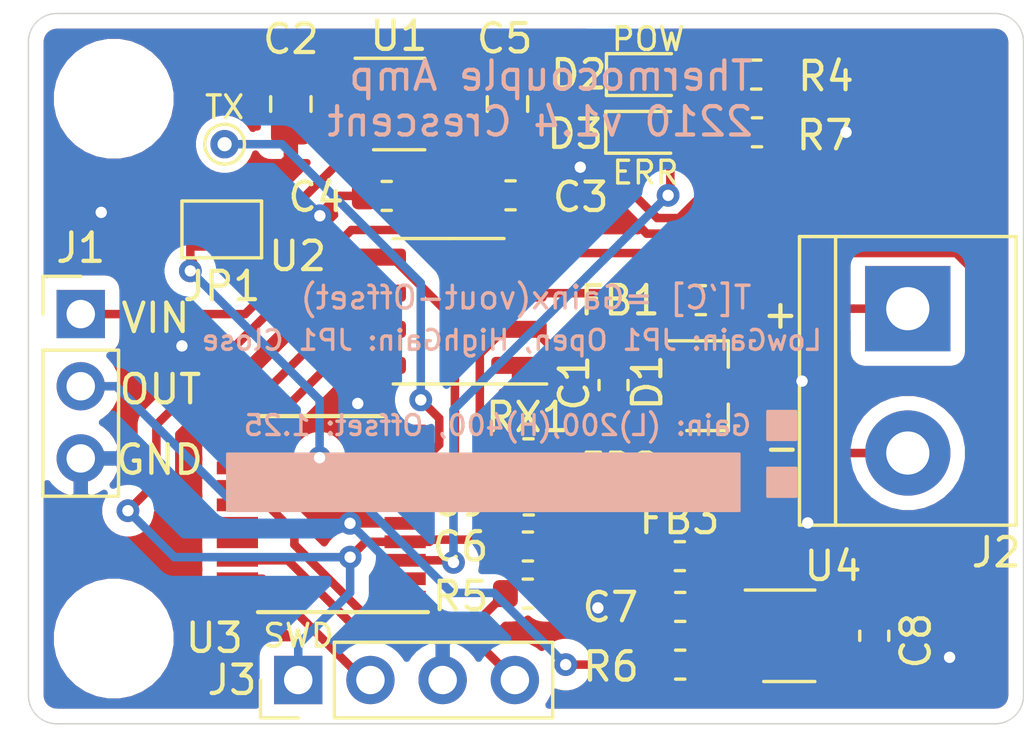
<source format=kicad_pcb>
(kicad_pcb (version 20171130) (host pcbnew "(5.1.2)-1")

  (general
    (thickness 1.6)
    (drawings 24)
    (tracks 260)
    (zones 0)
    (modules 31)
    (nets 25)
  )

  (page A4)
  (title_block
    (title "Thermocouple Amp")
    (date 2022-10-01)
    (rev v1.2)
    (company Crescent)
  )

  (layers
    (0 F.Cu signal)
    (31 B.Cu signal)
    (32 B.Adhes user)
    (33 F.Adhes user)
    (34 B.Paste user)
    (35 F.Paste user)
    (36 B.SilkS user)
    (37 F.SilkS user)
    (38 B.Mask user)
    (39 F.Mask user)
    (40 Dwgs.User user)
    (41 Cmts.User user)
    (42 Eco1.User user)
    (43 Eco2.User user)
    (44 Edge.Cuts user)
    (45 Margin user)
    (46 B.CrtYd user)
    (47 F.CrtYd user)
    (48 B.Fab user hide)
    (49 F.Fab user hide)
  )

  (setup
    (last_trace_width 0.3)
    (trace_clearance 0.25)
    (zone_clearance 0.508)
    (zone_45_only no)
    (trace_min 0.2)
    (via_size 0.8)
    (via_drill 0.4)
    (via_min_size 0.4)
    (via_min_drill 0.3)
    (uvia_size 0.3)
    (uvia_drill 0.1)
    (uvias_allowed no)
    (uvia_min_size 0.2)
    (uvia_min_drill 0.1)
    (edge_width 0.05)
    (segment_width 0.2)
    (pcb_text_width 0.3)
    (pcb_text_size 1.5 1.5)
    (mod_edge_width 0.12)
    (mod_text_size 1 1)
    (mod_text_width 0.15)
    (pad_size 1.524 1.524)
    (pad_drill 0.762)
    (pad_to_mask_clearance 0.051)
    (solder_mask_min_width 0.25)
    (aux_axis_origin 0 0)
    (visible_elements 7FFFFFFF)
    (pcbplotparams
      (layerselection 0x010fc_ffffffff)
      (usegerberextensions true)
      (usegerberattributes false)
      (usegerberadvancedattributes false)
      (creategerberjobfile false)
      (excludeedgelayer true)
      (linewidth 0.100000)
      (plotframeref false)
      (viasonmask false)
      (mode 1)
      (useauxorigin false)
      (hpglpennumber 1)
      (hpglpenspeed 20)
      (hpglpendiameter 15.000000)
      (psnegative false)
      (psa4output false)
      (plotreference true)
      (plotvalue true)
      (plotinvisibletext false)
      (padsonsilk false)
      (subtractmaskfromsilk true)
      (outputformat 1)
      (mirror false)
      (drillshape 0)
      (scaleselection 1)
      (outputdirectory "gerber/"))
  )

  (net 0 "")
  (net 1 "Net-(C1-Pad2)")
  (net 2 "Net-(C1-Pad1)")
  (net 3 GND)
  (net 4 /VIN)
  (net 5 +3V3)
  (net 6 "Net-(C4-Pad1)")
  (net 7 "Net-(C7-Pad1)")
  (net 8 "Net-(D2-Pad1)")
  (net 9 /SWCLK)
  (net 10 "Net-(D3-Pad1)")
  (net 11 "Net-(FB1-Pad1)")
  (net 12 "Net-(FB2-Pad1)")
  (net 13 /OUT)
  (net 14 /SWDIO)
  (net 15 /SCK)
  (net 16 /MISO)
  (net 17 /CS)
  (net 18 /PWM)
  (net 19 "Net-(R6-Pad1)")
  (net 20 /RST)
  (net 21 /ERR)
  (net 22 /MODE)
  (net 23 "Net-(FB3-Pad1)")
  (net 24 /TX)

  (net_class Default "これはデフォルトのネット クラスです。"
    (clearance 0.25)
    (trace_width 0.3)
    (via_dia 0.8)
    (via_drill 0.4)
    (uvia_dia 0.3)
    (uvia_drill 0.1)
    (add_net +3V3)
    (add_net /CS)
    (add_net /ERR)
    (add_net /MISO)
    (add_net /MODE)
    (add_net /OUT)
    (add_net /PWM)
    (add_net /RST)
    (add_net /SCK)
    (add_net /SWCLK)
    (add_net /SWDIO)
    (add_net /TX)
    (add_net /VIN)
    (add_net GND)
    (add_net "Net-(C1-Pad1)")
    (add_net "Net-(C1-Pad2)")
    (add_net "Net-(C4-Pad1)")
    (add_net "Net-(C7-Pad1)")
    (add_net "Net-(D2-Pad1)")
    (add_net "Net-(D3-Pad1)")
    (add_net "Net-(FB1-Pad1)")
    (add_net "Net-(FB2-Pad1)")
    (add_net "Net-(FB3-Pad1)")
    (add_net "Net-(R6-Pad1)")
  )

  (module TestPoint:TestPoint_THTPad_D1.0mm_Drill0.5mm (layer F.Cu) (tedit 5A0F774F) (tstamp 633AE15D)
    (at 126.9 104.6)
    (descr "THT pad as test Point, diameter 1.0mm, hole diameter 0.5mm")
    (tags "test point THT pad")
    (path /633B0147)
    (attr virtual)
    (fp_text reference TP1 (at 0 -1.448) (layer F.SilkS) hide
      (effects (font (size 1 1) (thickness 0.15)))
    )
    (fp_text value TestPoint (at 0 1.55) (layer F.Fab)
      (effects (font (size 1 1) (thickness 0.15)))
    )
    (fp_circle (center 0 0) (end 0 0.7) (layer F.SilkS) (width 0.12))
    (fp_circle (center 0 0) (end 1 0) (layer F.CrtYd) (width 0.05))
    (fp_text user %R (at 0 -1.45) (layer F.Fab)
      (effects (font (size 1 1) (thickness 0.15)))
    )
    (pad 1 thru_hole circle (at 0 0) (size 1 1) (drill 0.5) (layers *.Cu *.Mask)
      (net 24 /TX))
  )

  (module MountingHole:MountingHole_3.2mm_M3 locked (layer F.Cu) (tedit 56D1B4CB) (tstamp 631D7EB1)
    (at 123 103)
    (descr "Mounting Hole 3.2mm, no annular, M3")
    (tags "mounting hole 3.2mm no annular m3")
    (attr virtual)
    (fp_text reference REF1 (at 0 -4.2) (layer F.SilkS) hide
      (effects (font (size 1 1) (thickness 0.15)))
    )
    (fp_text value MountingHole_3.2mm_M3 (at 0 4.2) (layer F.Fab)
      (effects (font (size 1 1) (thickness 0.15)))
    )
    (fp_text user %R (at 0.3 0) (layer F.Fab)
      (effects (font (size 1 1) (thickness 0.15)))
    )
    (fp_circle (center 0 0) (end 3.2 0) (layer Cmts.User) (width 0.15))
    (fp_circle (center 0 0) (end 3.45 0) (layer F.CrtYd) (width 0.05))
    (pad 1 np_thru_hole circle (at 0 0) (size 3.2 3.2) (drill 3.2) (layers *.Cu *.Mask))
  )

  (module MountingHole:MountingHole_3.2mm_M3 locked (layer F.Cu) (tedit 56D1B4CB) (tstamp 631D7E77)
    (at 123 122)
    (descr "Mounting Hole 3.2mm, no annular, M3")
    (tags "mounting hole 3.2mm no annular m3")
    (attr virtual)
    (fp_text reference REF2 (at 0 -4.2) (layer F.SilkS) hide
      (effects (font (size 1 1) (thickness 0.15)))
    )
    (fp_text value MountingHole_3.2mm_M3 (at 0 4.2) (layer F.Fab)
      (effects (font (size 1 1) (thickness 0.15)))
    )
    (fp_circle (center 0 0) (end 3.45 0) (layer F.CrtYd) (width 0.05))
    (fp_circle (center 0 0) (end 3.2 0) (layer Cmts.User) (width 0.15))
    (fp_text user %R (at 0.3 0) (layer F.Fab)
      (effects (font (size 1 1) (thickness 0.15)))
    )
    (pad 1 np_thru_hole circle (at 0 0) (size 3.2 3.2) (drill 3.2) (layers *.Cu *.Mask))
  )

  (module Inductor_SMD:L_0603_1608Metric (layer F.Cu) (tedit 5B301BBE) (tstamp 631D7524)
    (at 142.9125 119.1 180)
    (descr "Inductor SMD 0603 (1608 Metric), square (rectangular) end terminal, IPC_7351 nominal, (Body size source: http://www.tortai-tech.com/upload/download/2011102023233369053.pdf), generated with kicad-footprint-generator")
    (tags inductor)
    (path /631E6F56)
    (attr smd)
    (fp_text reference FB3 (at 0.0125 1.3) (layer F.SilkS)
      (effects (font (size 1 1) (thickness 0.15)))
    )
    (fp_text value 470ohm (at 0 1.43) (layer F.Fab)
      (effects (font (size 1 1) (thickness 0.15)))
    )
    (fp_text user %R (at 0 0) (layer F.Fab)
      (effects (font (size 0.4 0.4) (thickness 0.06)))
    )
    (fp_line (start 1.48 0.73) (end -1.48 0.73) (layer F.CrtYd) (width 0.05))
    (fp_line (start 1.48 -0.73) (end 1.48 0.73) (layer F.CrtYd) (width 0.05))
    (fp_line (start -1.48 -0.73) (end 1.48 -0.73) (layer F.CrtYd) (width 0.05))
    (fp_line (start -1.48 0.73) (end -1.48 -0.73) (layer F.CrtYd) (width 0.05))
    (fp_line (start -0.162779 0.51) (end 0.162779 0.51) (layer F.SilkS) (width 0.12))
    (fp_line (start -0.162779 -0.51) (end 0.162779 -0.51) (layer F.SilkS) (width 0.12))
    (fp_line (start 0.8 0.4) (end -0.8 0.4) (layer F.Fab) (width 0.1))
    (fp_line (start 0.8 -0.4) (end 0.8 0.4) (layer F.Fab) (width 0.1))
    (fp_line (start -0.8 -0.4) (end 0.8 -0.4) (layer F.Fab) (width 0.1))
    (fp_line (start -0.8 0.4) (end -0.8 -0.4) (layer F.Fab) (width 0.1))
    (pad 2 smd roundrect (at 0.7875 0 180) (size 0.875 0.95) (layers F.Cu F.Paste F.Mask) (roundrect_rratio 0.25)
      (net 7 "Net-(C7-Pad1)"))
    (pad 1 smd roundrect (at -0.7875 0 180) (size 0.875 0.95) (layers F.Cu F.Paste F.Mask) (roundrect_rratio 0.25)
      (net 23 "Net-(FB3-Pad1)"))
    (model ${KISYS3DMOD}/Inductor_SMD.3dshapes/L_0603_1608Metric.wrl
      (at (xyz 0 0 0))
      (scale (xyz 1 1 1))
      (rotate (xyz 0 0 0))
    )
  )

  (module Jumper:SolderJumper-2_P1.3mm_Open_TrianglePad1.0x1.5mm (layer F.Cu) (tedit 5A64794F) (tstamp 631C3C52)
    (at 126.8 107.6)
    (descr "SMD Solder Jumper, 1x1.5mm Triangular Pads, 0.3mm gap, open")
    (tags "solder jumper open")
    (path /63218CB6)
    (attr virtual)
    (fp_text reference JP1 (at 0 2) (layer F.SilkS)
      (effects (font (size 1 1) (thickness 0.15)))
    )
    (fp_text value SW_DIP_x01 (at 0 1.9) (layer F.Fab)
      (effects (font (size 1 1) (thickness 0.15)))
    )
    (fp_line (start 1.65 1.25) (end -1.65 1.25) (layer F.CrtYd) (width 0.05))
    (fp_line (start 1.65 1.25) (end 1.65 -1.25) (layer F.CrtYd) (width 0.05))
    (fp_line (start -1.65 -1.25) (end -1.65 1.25) (layer F.CrtYd) (width 0.05))
    (fp_line (start -1.65 -1.25) (end 1.65 -1.25) (layer F.CrtYd) (width 0.05))
    (fp_line (start -1.4 -1) (end 1.4 -1) (layer F.SilkS) (width 0.12))
    (fp_line (start 1.4 -1) (end 1.4 1) (layer F.SilkS) (width 0.12))
    (fp_line (start 1.4 1) (end -1.4 1) (layer F.SilkS) (width 0.12))
    (fp_line (start -1.4 1) (end -1.4 -1) (layer F.SilkS) (width 0.12))
    (pad 1 smd custom (at -0.725 0) (size 0.3 0.3) (layers F.Cu F.Mask)
      (net 22 /MODE) (zone_connect 2)
      (options (clearance outline) (anchor rect))
      (primitives
        (gr_poly (pts
           (xy -0.5 -0.75) (xy 0.5 -0.75) (xy 1 0) (xy 0.5 0.75) (xy -0.5 0.75)
) (width 0))
      ))
    (pad 2 smd custom (at 0.725 0) (size 0.3 0.3) (layers F.Cu F.Mask)
      (net 3 GND) (zone_connect 2)
      (options (clearance outline) (anchor rect))
      (primitives
        (gr_poly (pts
           (xy -0.65 -0.75) (xy 0.5 -0.75) (xy 0.5 0.75) (xy -0.65 0.75) (xy -0.15 0)
) (width 0))
      ))
  )

  (module Package_SO:TSSOP-20_4.4x6.5mm_P0.65mm (layer F.Cu) (tedit 5A02F25C) (tstamp 631C3CD0)
    (at 130.3 117.62 180)
    (descr "20-Lead Plastic Thin Shrink Small Outline (ST)-4.4 mm Body [TSSOP] (see Microchip Packaging Specification 00000049BS.pdf)")
    (tags "SSOP 0.65")
    (path /631C8940)
    (attr smd)
    (fp_text reference U3 (at 3.76 -4.36) (layer F.SilkS)
      (effects (font (size 1 1) (thickness 0.15)))
    )
    (fp_text value STM32G030F (at 0 4.3) (layer F.Fab)
      (effects (font (size 1 1) (thickness 0.15)))
    )
    (fp_text user %R (at 0 0) (layer F.Fab)
      (effects (font (size 0.8 0.8) (thickness 0.15)))
    )
    (fp_line (start -3.75 -3.45) (end 2.225 -3.45) (layer F.SilkS) (width 0.15))
    (fp_line (start -2.225 3.45) (end 2.225 3.45) (layer F.SilkS) (width 0.15))
    (fp_line (start -3.95 3.55) (end 3.95 3.55) (layer F.CrtYd) (width 0.05))
    (fp_line (start -3.95 -3.55) (end 3.95 -3.55) (layer F.CrtYd) (width 0.05))
    (fp_line (start 3.95 -3.55) (end 3.95 3.55) (layer F.CrtYd) (width 0.05))
    (fp_line (start -3.95 -3.55) (end -3.95 3.55) (layer F.CrtYd) (width 0.05))
    (fp_line (start -2.2 -2.25) (end -1.2 -3.25) (layer F.Fab) (width 0.15))
    (fp_line (start -2.2 3.25) (end -2.2 -2.25) (layer F.Fab) (width 0.15))
    (fp_line (start 2.2 3.25) (end -2.2 3.25) (layer F.Fab) (width 0.15))
    (fp_line (start 2.2 -3.25) (end 2.2 3.25) (layer F.Fab) (width 0.15))
    (fp_line (start -1.2 -3.25) (end 2.2 -3.25) (layer F.Fab) (width 0.15))
    (pad 20 smd rect (at 2.95 -2.925 180) (size 1.45 0.45) (layers F.Cu F.Paste F.Mask))
    (pad 19 smd rect (at 2.95 -2.275 180) (size 1.45 0.45) (layers F.Cu F.Paste F.Mask)
      (net 9 /SWCLK))
    (pad 18 smd rect (at 2.95 -1.625 180) (size 1.45 0.45) (layers F.Cu F.Paste F.Mask)
      (net 14 /SWDIO))
    (pad 17 smd rect (at 2.95 -0.975 180) (size 1.45 0.45) (layers F.Cu F.Paste F.Mask))
    (pad 16 smd rect (at 2.95 -0.325 180) (size 1.45 0.45) (layers F.Cu F.Paste F.Mask))
    (pad 15 smd rect (at 2.95 0.325 180) (size 1.45 0.45) (layers F.Cu F.Paste F.Mask)
      (net 18 /PWM))
    (pad 14 smd rect (at 2.95 0.975 180) (size 1.45 0.45) (layers F.Cu F.Paste F.Mask))
    (pad 13 smd rect (at 2.95 1.625 180) (size 1.45 0.45) (layers F.Cu F.Paste F.Mask)
      (net 16 /MISO))
    (pad 12 smd rect (at 2.95 2.275 180) (size 1.45 0.45) (layers F.Cu F.Paste F.Mask))
    (pad 11 smd rect (at 2.95 2.925 180) (size 1.45 0.45) (layers F.Cu F.Paste F.Mask)
      (net 17 /CS))
    (pad 10 smd rect (at -2.95 2.925 180) (size 1.45 0.45) (layers F.Cu F.Paste F.Mask))
    (pad 9 smd rect (at -2.95 2.275 180) (size 1.45 0.45) (layers F.Cu F.Paste F.Mask)
      (net 24 /TX))
    (pad 8 smd rect (at -2.95 1.625 180) (size 1.45 0.45) (layers F.Cu F.Paste F.Mask)
      (net 15 /SCK))
    (pad 7 smd rect (at -2.95 0.975 180) (size 1.45 0.45) (layers F.Cu F.Paste F.Mask)
      (net 22 /MODE))
    (pad 6 smd rect (at -2.95 0.325 180) (size 1.45 0.45) (layers F.Cu F.Paste F.Mask)
      (net 20 /RST))
    (pad 5 smd rect (at -2.95 -0.325 180) (size 1.45 0.45) (layers F.Cu F.Paste F.Mask)
      (net 3 GND))
    (pad 4 smd rect (at -2.95 -0.975 180) (size 1.45 0.45) (layers F.Cu F.Paste F.Mask)
      (net 5 +3V3))
    (pad 3 smd rect (at -2.95 -1.625 180) (size 1.45 0.45) (layers F.Cu F.Paste F.Mask)
      (net 21 /ERR))
    (pad 2 smd rect (at -2.95 -2.275 180) (size 1.45 0.45) (layers F.Cu F.Paste F.Mask))
    (pad 1 smd rect (at -2.95 -2.925 180) (size 1.45 0.45) (layers F.Cu F.Paste F.Mask))
    (model ${KISYS3DMOD}/Package_SO.3dshapes/TSSOP-20_4.4x6.5mm_P0.65mm.wrl
      (at (xyz 0 0 0))
      (scale (xyz 1 1 1))
      (rotate (xyz 0 0 0))
    )
  )

  (module Resistor_SMD:R_0603_1608Metric (layer F.Cu) (tedit 5B301BBD) (tstamp 631C3C31)
    (at 137.588 115.48)
    (descr "Resistor SMD 0603 (1608 Metric), square (rectangular) end terminal, IPC_7351 nominal, (Body size source: http://www.tortai-tech.com/upload/download/2011102023233369053.pdf), generated with kicad-footprint-generator")
    (tags resistor)
    (path /6323626B)
    (attr smd)
    (fp_text reference RX1 (at -0.0375 -1.27) (layer F.SilkS)
      (effects (font (size 1 1) (thickness 0.15)))
    )
    (fp_text value 0 (at 0 1.43) (layer F.Fab)
      (effects (font (size 1 1) (thickness 0.15)))
    )
    (fp_text user %R (at 0 0) (layer F.Fab)
      (effects (font (size 0.4 0.4) (thickness 0.06)))
    )
    (fp_line (start 1.48 0.73) (end -1.48 0.73) (layer F.CrtYd) (width 0.05))
    (fp_line (start 1.48 -0.73) (end 1.48 0.73) (layer F.CrtYd) (width 0.05))
    (fp_line (start -1.48 -0.73) (end 1.48 -0.73) (layer F.CrtYd) (width 0.05))
    (fp_line (start -1.48 0.73) (end -1.48 -0.73) (layer F.CrtYd) (width 0.05))
    (fp_line (start -0.162779 0.51) (end 0.162779 0.51) (layer F.SilkS) (width 0.12))
    (fp_line (start -0.162779 -0.51) (end 0.162779 -0.51) (layer F.SilkS) (width 0.12))
    (fp_line (start 0.8 0.4) (end -0.8 0.4) (layer F.Fab) (width 0.1))
    (fp_line (start 0.8 -0.4) (end 0.8 0.4) (layer F.Fab) (width 0.1))
    (fp_line (start -0.8 -0.4) (end 0.8 -0.4) (layer F.Fab) (width 0.1))
    (fp_line (start -0.8 0.4) (end -0.8 -0.4) (layer F.Fab) (width 0.1))
    (pad 2 smd roundrect (at 0.7875 0) (size 0.875 0.95) (layers F.Cu F.Paste F.Mask) (roundrect_rratio 0.25)
      (net 3 GND))
    (pad 1 smd roundrect (at -0.7875 0) (size 0.875 0.95) (layers F.Cu F.Paste F.Mask) (roundrect_rratio 0.25)
      (net 12 "Net-(FB2-Pad1)"))
    (model ${KISYS3DMOD}/Resistor_SMD.3dshapes/R_0603_1608Metric.wrl
      (at (xyz 0 0 0))
      (scale (xyz 1 1 1))
      (rotate (xyz 0 0 0))
    )
  )

  (module Capacitor_SMD:C_0603_1608Metric (layer F.Cu) (tedit 5B301BBE) (tstamp 631C39FE)
    (at 137.598 117.14)
    (descr "Capacitor SMD 0603 (1608 Metric), square (rectangular) end terminal, IPC_7351 nominal, (Body size source: http://www.tortai-tech.com/upload/download/2011102023233369053.pdf), generated with kicad-footprint-generator")
    (tags capacitor)
    (path /63220AF0)
    (attr smd)
    (fp_text reference C9 (at -2.4475 0.04) (layer F.SilkS)
      (effects (font (size 1 1) (thickness 0.15)))
    )
    (fp_text value 0.1u (at 0 1.43) (layer F.Fab)
      (effects (font (size 1 1) (thickness 0.15)))
    )
    (fp_text user %R (at 0 0) (layer F.Fab)
      (effects (font (size 0.4 0.4) (thickness 0.06)))
    )
    (fp_line (start 1.48 0.73) (end -1.48 0.73) (layer F.CrtYd) (width 0.05))
    (fp_line (start 1.48 -0.73) (end 1.48 0.73) (layer F.CrtYd) (width 0.05))
    (fp_line (start -1.48 -0.73) (end 1.48 -0.73) (layer F.CrtYd) (width 0.05))
    (fp_line (start -1.48 0.73) (end -1.48 -0.73) (layer F.CrtYd) (width 0.05))
    (fp_line (start -0.162779 0.51) (end 0.162779 0.51) (layer F.SilkS) (width 0.12))
    (fp_line (start -0.162779 -0.51) (end 0.162779 -0.51) (layer F.SilkS) (width 0.12))
    (fp_line (start 0.8 0.4) (end -0.8 0.4) (layer F.Fab) (width 0.1))
    (fp_line (start 0.8 -0.4) (end 0.8 0.4) (layer F.Fab) (width 0.1))
    (fp_line (start -0.8 -0.4) (end 0.8 -0.4) (layer F.Fab) (width 0.1))
    (fp_line (start -0.8 0.4) (end -0.8 -0.4) (layer F.Fab) (width 0.1))
    (pad 2 smd roundrect (at 0.7875 0) (size 0.875 0.95) (layers F.Cu F.Paste F.Mask) (roundrect_rratio 0.25)
      (net 3 GND))
    (pad 1 smd roundrect (at -0.7875 0) (size 0.875 0.95) (layers F.Cu F.Paste F.Mask) (roundrect_rratio 0.25)
      (net 20 /RST))
    (model ${KISYS3DMOD}/Capacitor_SMD.3dshapes/C_0603_1608Metric.wrl
      (at (xyz 0 0 0))
      (scale (xyz 1 1 1))
      (rotate (xyz 0 0 0))
    )
  )

  (module Package_TO_SOT_SMD:SOT-23-5 (layer F.Cu) (tedit 5A02FF57) (tstamp 630A85D7)
    (at 146.762 121.902)
    (descr "5-pin SOT23 package")
    (tags SOT-23-5)
    (path /630A3784)
    (attr smd)
    (fp_text reference U4 (at 1.538 -2.452) (layer F.SilkS)
      (effects (font (size 1 1) (thickness 0.15)))
    )
    (fp_text value LM321 (at 0 2.9) (layer F.Fab)
      (effects (font (size 1 1) (thickness 0.15)))
    )
    (fp_line (start 0.9 -1.55) (end 0.9 1.55) (layer F.Fab) (width 0.1))
    (fp_line (start 0.9 1.55) (end -0.9 1.55) (layer F.Fab) (width 0.1))
    (fp_line (start -0.9 -0.9) (end -0.9 1.55) (layer F.Fab) (width 0.1))
    (fp_line (start 0.9 -1.55) (end -0.25 -1.55) (layer F.Fab) (width 0.1))
    (fp_line (start -0.9 -0.9) (end -0.25 -1.55) (layer F.Fab) (width 0.1))
    (fp_line (start -1.9 1.8) (end -1.9 -1.8) (layer F.CrtYd) (width 0.05))
    (fp_line (start 1.9 1.8) (end -1.9 1.8) (layer F.CrtYd) (width 0.05))
    (fp_line (start 1.9 -1.8) (end 1.9 1.8) (layer F.CrtYd) (width 0.05))
    (fp_line (start -1.9 -1.8) (end 1.9 -1.8) (layer F.CrtYd) (width 0.05))
    (fp_line (start 0.9 -1.61) (end -1.55 -1.61) (layer F.SilkS) (width 0.12))
    (fp_line (start -0.9 1.61) (end 0.9 1.61) (layer F.SilkS) (width 0.12))
    (fp_text user %R (at 0 0 90) (layer F.Fab)
      (effects (font (size 0.5 0.5) (thickness 0.075)))
    )
    (pad 5 smd rect (at 1.1 -0.95) (size 1.06 0.65) (layers F.Cu F.Paste F.Mask)
      (net 5 +3V3))
    (pad 4 smd rect (at 1.1 0.95) (size 1.06 0.65) (layers F.Cu F.Paste F.Mask)
      (net 19 "Net-(R6-Pad1)"))
    (pad 3 smd rect (at -1.1 0.95) (size 1.06 0.65) (layers F.Cu F.Paste F.Mask)
      (net 19 "Net-(R6-Pad1)"))
    (pad 2 smd rect (at -1.1 0) (size 1.06 0.65) (layers F.Cu F.Paste F.Mask)
      (net 3 GND))
    (pad 1 smd rect (at -1.1 -0.95) (size 1.06 0.65) (layers F.Cu F.Paste F.Mask)
      (net 23 "Net-(FB3-Pad1)"))
    (model ${KISYS3DMOD}/Package_TO_SOT_SMD.3dshapes/SOT-23-5.wrl
      (at (xyz 0 0 0))
      (scale (xyz 1 1 1))
      (rotate (xyz 0 0 0))
    )
  )

  (module Package_SO:SOIC-8_3.9x4.9mm_P1.27mm (layer F.Cu) (tedit 5C97300E) (tstamp 630A85A8)
    (at 134.78 110.48 180)
    (descr "SOIC, 8 Pin (JEDEC MS-012AA, https://www.analog.com/media/en/package-pcb-resources/package/pkg_pdf/soic_narrow-r/r_8.pdf), generated with kicad-footprint-generator ipc_gullwing_generator.py")
    (tags "SOIC SO")
    (path /630A25AF)
    (attr smd)
    (fp_text reference U2 (at 5.31 1.94) (layer F.SilkS)
      (effects (font (size 1 1) (thickness 0.15)))
    )
    (fp_text value MAX31855KASA (at 0 3.4) (layer F.Fab)
      (effects (font (size 1 1) (thickness 0.15)))
    )
    (fp_text user %R (at 0 0) (layer F.Fab)
      (effects (font (size 0.98 0.98) (thickness 0.15)))
    )
    (fp_line (start 3.7 -2.7) (end -3.7 -2.7) (layer F.CrtYd) (width 0.05))
    (fp_line (start 3.7 2.7) (end 3.7 -2.7) (layer F.CrtYd) (width 0.05))
    (fp_line (start -3.7 2.7) (end 3.7 2.7) (layer F.CrtYd) (width 0.05))
    (fp_line (start -3.7 -2.7) (end -3.7 2.7) (layer F.CrtYd) (width 0.05))
    (fp_line (start -1.95 -1.475) (end -0.975 -2.45) (layer F.Fab) (width 0.1))
    (fp_line (start -1.95 2.45) (end -1.95 -1.475) (layer F.Fab) (width 0.1))
    (fp_line (start 1.95 2.45) (end -1.95 2.45) (layer F.Fab) (width 0.1))
    (fp_line (start 1.95 -2.45) (end 1.95 2.45) (layer F.Fab) (width 0.1))
    (fp_line (start -0.975 -2.45) (end 1.95 -2.45) (layer F.Fab) (width 0.1))
    (fp_line (start 0 -2.56) (end -3.45 -2.56) (layer F.SilkS) (width 0.12))
    (fp_line (start 0 -2.56) (end 1.95 -2.56) (layer F.SilkS) (width 0.12))
    (fp_line (start 0 2.56) (end -1.95 2.56) (layer F.SilkS) (width 0.12))
    (fp_line (start 0 2.56) (end 1.95 2.56) (layer F.SilkS) (width 0.12))
    (pad 8 smd roundrect (at 2.475 -1.905 180) (size 1.95 0.6) (layers F.Cu F.Paste F.Mask) (roundrect_rratio 0.25))
    (pad 7 smd roundrect (at 2.475 -0.635 180) (size 1.95 0.6) (layers F.Cu F.Paste F.Mask) (roundrect_rratio 0.25)
      (net 16 /MISO))
    (pad 6 smd roundrect (at 2.475 0.635 180) (size 1.95 0.6) (layers F.Cu F.Paste F.Mask) (roundrect_rratio 0.25)
      (net 17 /CS))
    (pad 5 smd roundrect (at 2.475 1.905 180) (size 1.95 0.6) (layers F.Cu F.Paste F.Mask) (roundrect_rratio 0.25)
      (net 15 /SCK))
    (pad 4 smd roundrect (at -2.475 1.905 180) (size 1.95 0.6) (layers F.Cu F.Paste F.Mask) (roundrect_rratio 0.25)
      (net 5 +3V3))
    (pad 3 smd roundrect (at -2.475 0.635 180) (size 1.95 0.6) (layers F.Cu F.Paste F.Mask) (roundrect_rratio 0.25)
      (net 11 "Net-(FB1-Pad1)"))
    (pad 2 smd roundrect (at -2.475 -0.635 180) (size 1.95 0.6) (layers F.Cu F.Paste F.Mask) (roundrect_rratio 0.25)
      (net 12 "Net-(FB2-Pad1)"))
    (pad 1 smd roundrect (at -2.475 -1.905 180) (size 1.95 0.6) (layers F.Cu F.Paste F.Mask) (roundrect_rratio 0.25)
      (net 3 GND))
    (model ${KISYS3DMOD}/Package_SO.3dshapes/SOIC-8_3.9x4.9mm_P1.27mm.wrl
      (at (xyz 0 0 0))
      (scale (xyz 1 1 1))
      (rotate (xyz 0 0 0))
    )
  )

  (module Package_TO_SOT_SMD:SOT-23-5 (layer F.Cu) (tedit 5A02FF57) (tstamp 630A858E)
    (at 133.04 103.186)
    (descr "5-pin SOT23 package")
    (tags SOT-23-5)
    (path /630A2C9B)
    (attr smd)
    (fp_text reference U1 (at -0.01 -2.396) (layer F.SilkS)
      (effects (font (size 1 1) (thickness 0.15)))
    )
    (fp_text value LD3985M33R_SOT23 (at 0 2.9) (layer F.Fab)
      (effects (font (size 1 1) (thickness 0.15)))
    )
    (fp_line (start 0.9 -1.55) (end 0.9 1.55) (layer F.Fab) (width 0.1))
    (fp_line (start 0.9 1.55) (end -0.9 1.55) (layer F.Fab) (width 0.1))
    (fp_line (start -0.9 -0.9) (end -0.9 1.55) (layer F.Fab) (width 0.1))
    (fp_line (start 0.9 -1.55) (end -0.25 -1.55) (layer F.Fab) (width 0.1))
    (fp_line (start -0.9 -0.9) (end -0.25 -1.55) (layer F.Fab) (width 0.1))
    (fp_line (start -1.9 1.8) (end -1.9 -1.8) (layer F.CrtYd) (width 0.05))
    (fp_line (start 1.9 1.8) (end -1.9 1.8) (layer F.CrtYd) (width 0.05))
    (fp_line (start 1.9 -1.8) (end 1.9 1.8) (layer F.CrtYd) (width 0.05))
    (fp_line (start -1.9 -1.8) (end 1.9 -1.8) (layer F.CrtYd) (width 0.05))
    (fp_line (start 0.9 -1.61) (end -1.55 -1.61) (layer F.SilkS) (width 0.12))
    (fp_line (start -0.9 1.61) (end 0.9 1.61) (layer F.SilkS) (width 0.12))
    (fp_text user %R (at 0 0 90) (layer F.Fab)
      (effects (font (size 0.5 0.5) (thickness 0.075)))
    )
    (pad 5 smd rect (at 1.1 -0.95) (size 1.06 0.65) (layers F.Cu F.Paste F.Mask)
      (net 5 +3V3))
    (pad 4 smd rect (at 1.1 0.95) (size 1.06 0.65) (layers F.Cu F.Paste F.Mask)
      (net 6 "Net-(C4-Pad1)"))
    (pad 3 smd rect (at -1.1 0.95) (size 1.06 0.65) (layers F.Cu F.Paste F.Mask)
      (net 4 /VIN))
    (pad 2 smd rect (at -1.1 0) (size 1.06 0.65) (layers F.Cu F.Paste F.Mask)
      (net 3 GND))
    (pad 1 smd rect (at -1.1 -0.95) (size 1.06 0.65) (layers F.Cu F.Paste F.Mask)
      (net 4 /VIN))
    (model ${KISYS3DMOD}/Package_TO_SOT_SMD.3dshapes/SOT-23-5.wrl
      (at (xyz 0 0 0))
      (scale (xyz 1 1 1))
      (rotate (xyz 0 0 0))
    )
  )

  (module Resistor_SMD:R_0603_1608Metric (layer F.Cu) (tedit 5B301BBD) (tstamp 630A8579)
    (at 145.626 104.182)
    (descr "Resistor SMD 0603 (1608 Metric), square (rectangular) end terminal, IPC_7351 nominal, (Body size source: http://www.tortai-tech.com/upload/download/2011102023233369053.pdf), generated with kicad-footprint-generator")
    (tags resistor)
    (path /6312876D)
    (attr smd)
    (fp_text reference R7 (at 2.3745 0.108) (layer F.SilkS)
      (effects (font (size 1 1) (thickness 0.15)))
    )
    (fp_text value 2.1k (at 0 1.43) (layer F.Fab)
      (effects (font (size 1 1) (thickness 0.15)))
    )
    (fp_text user %R (at 0 0) (layer F.Fab)
      (effects (font (size 0.4 0.4) (thickness 0.06)))
    )
    (fp_line (start 1.48 0.73) (end -1.48 0.73) (layer F.CrtYd) (width 0.05))
    (fp_line (start 1.48 -0.73) (end 1.48 0.73) (layer F.CrtYd) (width 0.05))
    (fp_line (start -1.48 -0.73) (end 1.48 -0.73) (layer F.CrtYd) (width 0.05))
    (fp_line (start -1.48 0.73) (end -1.48 -0.73) (layer F.CrtYd) (width 0.05))
    (fp_line (start -0.162779 0.51) (end 0.162779 0.51) (layer F.SilkS) (width 0.12))
    (fp_line (start -0.162779 -0.51) (end 0.162779 -0.51) (layer F.SilkS) (width 0.12))
    (fp_line (start 0.8 0.4) (end -0.8 0.4) (layer F.Fab) (width 0.1))
    (fp_line (start 0.8 -0.4) (end 0.8 0.4) (layer F.Fab) (width 0.1))
    (fp_line (start -0.8 -0.4) (end 0.8 -0.4) (layer F.Fab) (width 0.1))
    (fp_line (start -0.8 0.4) (end -0.8 -0.4) (layer F.Fab) (width 0.1))
    (pad 2 smd roundrect (at 0.7875 0) (size 0.875 0.95) (layers F.Cu F.Paste F.Mask) (roundrect_rratio 0.25)
      (net 3 GND))
    (pad 1 smd roundrect (at -0.7875 0) (size 0.875 0.95) (layers F.Cu F.Paste F.Mask) (roundrect_rratio 0.25)
      (net 10 "Net-(D3-Pad1)"))
    (model ${KISYS3DMOD}/Resistor_SMD.3dshapes/R_0603_1608Metric.wrl
      (at (xyz 0 0 0))
      (scale (xyz 1 1 1))
      (rotate (xyz 0 0 0))
    )
  )

  (module Resistor_SMD:R_0603_1608Metric (layer F.Cu) (tedit 5B301BBD) (tstamp 630A8568)
    (at 142.926 122.918 180)
    (descr "Resistor SMD 0603 (1608 Metric), square (rectangular) end terminal, IPC_7351 nominal, (Body size source: http://www.tortai-tech.com/upload/download/2011102023233369053.pdf), generated with kicad-footprint-generator")
    (tags resistor)
    (path /63100E9A)
    (attr smd)
    (fp_text reference R6 (at 2.436 -0.072) (layer F.SilkS)
      (effects (font (size 1 1) (thickness 0.15)))
    )
    (fp_text value 10 (at 0 1.43) (layer F.Fab)
      (effects (font (size 1 1) (thickness 0.15)))
    )
    (fp_text user %R (at 0 0) (layer F.Fab)
      (effects (font (size 0.4 0.4) (thickness 0.06)))
    )
    (fp_line (start 1.48 0.73) (end -1.48 0.73) (layer F.CrtYd) (width 0.05))
    (fp_line (start 1.48 -0.73) (end 1.48 0.73) (layer F.CrtYd) (width 0.05))
    (fp_line (start -1.48 -0.73) (end 1.48 -0.73) (layer F.CrtYd) (width 0.05))
    (fp_line (start -1.48 0.73) (end -1.48 -0.73) (layer F.CrtYd) (width 0.05))
    (fp_line (start -0.162779 0.51) (end 0.162779 0.51) (layer F.SilkS) (width 0.12))
    (fp_line (start -0.162779 -0.51) (end 0.162779 -0.51) (layer F.SilkS) (width 0.12))
    (fp_line (start 0.8 0.4) (end -0.8 0.4) (layer F.Fab) (width 0.1))
    (fp_line (start 0.8 -0.4) (end 0.8 0.4) (layer F.Fab) (width 0.1))
    (fp_line (start -0.8 -0.4) (end 0.8 -0.4) (layer F.Fab) (width 0.1))
    (fp_line (start -0.8 0.4) (end -0.8 -0.4) (layer F.Fab) (width 0.1))
    (pad 2 smd roundrect (at 0.7875 0 180) (size 0.875 0.95) (layers F.Cu F.Paste F.Mask) (roundrect_rratio 0.25)
      (net 13 /OUT))
    (pad 1 smd roundrect (at -0.7875 0 180) (size 0.875 0.95) (layers F.Cu F.Paste F.Mask) (roundrect_rratio 0.25)
      (net 19 "Net-(R6-Pad1)"))
    (model ${KISYS3DMOD}/Resistor_SMD.3dshapes/R_0603_1608Metric.wrl
      (at (xyz 0 0 0))
      (scale (xyz 1 1 1))
      (rotate (xyz 0 0 0))
    )
  )

  (module Resistor_SMD:R_0603_1608Metric (layer F.Cu) (tedit 5B301BBD) (tstamp 630A8557)
    (at 137.564 120.418)
    (descr "Resistor SMD 0603 (1608 Metric), square (rectangular) end terminal, IPC_7351 nominal, (Body size source: http://www.tortai-tech.com/upload/download/2011102023233369053.pdf), generated with kicad-footprint-generator")
    (tags resistor)
    (path /63106A0B)
    (attr smd)
    (fp_text reference R5 (at -2.364 0.092) (layer F.SilkS)
      (effects (font (size 1 1) (thickness 0.15)))
    )
    (fp_text value 51k (at 0 1.43) (layer F.Fab)
      (effects (font (size 1 1) (thickness 0.15)))
    )
    (fp_text user %R (at 0 0) (layer F.Fab)
      (effects (font (size 0.4 0.4) (thickness 0.06)))
    )
    (fp_line (start 1.48 0.73) (end -1.48 0.73) (layer F.CrtYd) (width 0.05))
    (fp_line (start 1.48 -0.73) (end 1.48 0.73) (layer F.CrtYd) (width 0.05))
    (fp_line (start -1.48 -0.73) (end 1.48 -0.73) (layer F.CrtYd) (width 0.05))
    (fp_line (start -1.48 0.73) (end -1.48 -0.73) (layer F.CrtYd) (width 0.05))
    (fp_line (start -0.162779 0.51) (end 0.162779 0.51) (layer F.SilkS) (width 0.12))
    (fp_line (start -0.162779 -0.51) (end 0.162779 -0.51) (layer F.SilkS) (width 0.12))
    (fp_line (start 0.8 0.4) (end -0.8 0.4) (layer F.Fab) (width 0.1))
    (fp_line (start 0.8 -0.4) (end 0.8 0.4) (layer F.Fab) (width 0.1))
    (fp_line (start -0.8 -0.4) (end 0.8 -0.4) (layer F.Fab) (width 0.1))
    (fp_line (start -0.8 0.4) (end -0.8 -0.4) (layer F.Fab) (width 0.1))
    (pad 2 smd roundrect (at 0.7875 0) (size 0.875 0.95) (layers F.Cu F.Paste F.Mask) (roundrect_rratio 0.25)
      (net 7 "Net-(C7-Pad1)"))
    (pad 1 smd roundrect (at -0.7875 0) (size 0.875 0.95) (layers F.Cu F.Paste F.Mask) (roundrect_rratio 0.25)
      (net 18 /PWM))
    (model ${KISYS3DMOD}/Resistor_SMD.3dshapes/R_0603_1608Metric.wrl
      (at (xyz 0 0 0))
      (scale (xyz 1 1 1))
      (rotate (xyz 0 0 0))
    )
  )

  (module Resistor_SMD:R_0603_1608Metric (layer F.Cu) (tedit 5B301BBD) (tstamp 630A8546)
    (at 145.6 102.15)
    (descr "Resistor SMD 0603 (1608 Metric), square (rectangular) end terminal, IPC_7351 nominal, (Body size source: http://www.tortai-tech.com/upload/download/2011102023233369053.pdf), generated with kicad-footprint-generator")
    (tags resistor)
    (path /630A3F6D)
    (attr smd)
    (fp_text reference R4 (at 2.45 0.06) (layer F.SilkS)
      (effects (font (size 1 1) (thickness 0.15)))
    )
    (fp_text value 2.1k (at 0 1.43) (layer F.Fab)
      (effects (font (size 1 1) (thickness 0.15)))
    )
    (fp_text user %R (at 0 0) (layer F.Fab)
      (effects (font (size 0.4 0.4) (thickness 0.06)))
    )
    (fp_line (start 1.48 0.73) (end -1.48 0.73) (layer F.CrtYd) (width 0.05))
    (fp_line (start 1.48 -0.73) (end 1.48 0.73) (layer F.CrtYd) (width 0.05))
    (fp_line (start -1.48 -0.73) (end 1.48 -0.73) (layer F.CrtYd) (width 0.05))
    (fp_line (start -1.48 0.73) (end -1.48 -0.73) (layer F.CrtYd) (width 0.05))
    (fp_line (start -0.162779 0.51) (end 0.162779 0.51) (layer F.SilkS) (width 0.12))
    (fp_line (start -0.162779 -0.51) (end 0.162779 -0.51) (layer F.SilkS) (width 0.12))
    (fp_line (start 0.8 0.4) (end -0.8 0.4) (layer F.Fab) (width 0.1))
    (fp_line (start 0.8 -0.4) (end 0.8 0.4) (layer F.Fab) (width 0.1))
    (fp_line (start -0.8 -0.4) (end 0.8 -0.4) (layer F.Fab) (width 0.1))
    (fp_line (start -0.8 0.4) (end -0.8 -0.4) (layer F.Fab) (width 0.1))
    (pad 2 smd roundrect (at 0.7875 0) (size 0.875 0.95) (layers F.Cu F.Paste F.Mask) (roundrect_rratio 0.25)
      (net 3 GND))
    (pad 1 smd roundrect (at -0.7875 0) (size 0.875 0.95) (layers F.Cu F.Paste F.Mask) (roundrect_rratio 0.25)
      (net 8 "Net-(D2-Pad1)"))
    (model ${KISYS3DMOD}/Resistor_SMD.3dshapes/R_0603_1608Metric.wrl
      (at (xyz 0 0 0))
      (scale (xyz 1 1 1))
      (rotate (xyz 0 0 0))
    )
  )

  (module Connector_PinHeader_2.54mm:PinHeader_1x04_P2.54mm_Vertical (layer F.Cu) (tedit 59FED5CC) (tstamp 630A8502)
    (at 129.49 123.46 90)
    (descr "Through hole straight pin header, 1x04, 2.54mm pitch, single row")
    (tags "Through hole pin header THT 1x04 2.54mm single row")
    (path /630E46CB)
    (fp_text reference J3 (at 0 -2.33 180) (layer F.SilkS)
      (effects (font (size 1 1) (thickness 0.15)))
    )
    (fp_text value SWD (at 0 9.95 90) (layer F.Fab)
      (effects (font (size 1 1) (thickness 0.15)))
    )
    (fp_text user %R (at 0 3.81) (layer F.Fab)
      (effects (font (size 1 1) (thickness 0.15)))
    )
    (fp_line (start 1.8 -1.8) (end -1.8 -1.8) (layer F.CrtYd) (width 0.05))
    (fp_line (start 1.8 9.4) (end 1.8 -1.8) (layer F.CrtYd) (width 0.05))
    (fp_line (start -1.8 9.4) (end 1.8 9.4) (layer F.CrtYd) (width 0.05))
    (fp_line (start -1.8 -1.8) (end -1.8 9.4) (layer F.CrtYd) (width 0.05))
    (fp_line (start -1.33 -1.33) (end 0 -1.33) (layer F.SilkS) (width 0.12))
    (fp_line (start -1.33 0) (end -1.33 -1.33) (layer F.SilkS) (width 0.12))
    (fp_line (start -1.33 1.27) (end 1.33 1.27) (layer F.SilkS) (width 0.12))
    (fp_line (start 1.33 1.27) (end 1.33 8.95) (layer F.SilkS) (width 0.12))
    (fp_line (start -1.33 1.27) (end -1.33 8.95) (layer F.SilkS) (width 0.12))
    (fp_line (start -1.33 8.95) (end 1.33 8.95) (layer F.SilkS) (width 0.12))
    (fp_line (start -1.27 -0.635) (end -0.635 -1.27) (layer F.Fab) (width 0.1))
    (fp_line (start -1.27 8.89) (end -1.27 -0.635) (layer F.Fab) (width 0.1))
    (fp_line (start 1.27 8.89) (end -1.27 8.89) (layer F.Fab) (width 0.1))
    (fp_line (start 1.27 -1.27) (end 1.27 8.89) (layer F.Fab) (width 0.1))
    (fp_line (start -0.635 -1.27) (end 1.27 -1.27) (layer F.Fab) (width 0.1))
    (pad 4 thru_hole oval (at 0 7.62 90) (size 1.7 1.7) (drill 1) (layers *.Cu *.Mask)
      (net 14 /SWDIO))
    (pad 3 thru_hole oval (at 0 5.08 90) (size 1.7 1.7) (drill 1) (layers *.Cu *.Mask)
      (net 3 GND))
    (pad 2 thru_hole oval (at 0 2.54 90) (size 1.7 1.7) (drill 1) (layers *.Cu *.Mask)
      (net 9 /SWCLK))
    (pad 1 thru_hole rect (at 0 0 90) (size 1.7 1.7) (drill 1) (layers *.Cu *.Mask)
      (net 5 +3V3))
    (model ${KISYS3DMOD}/Connector_PinHeader_2.54mm.3dshapes/PinHeader_1x04_P2.54mm_Vertical.wrl
      (at (xyz 0 0 0))
      (scale (xyz 1 1 1))
      (rotate (xyz 0 0 0))
    )
  )

  (module TerminalBlock:TerminalBlock_bornier-2_P5.08mm (layer F.Cu) (tedit 59FF03AB) (tstamp 630A84EA)
    (at 150.93 110.39 270)
    (descr "simple 2-pin terminal block, pitch 5.08mm, revamped version of bornier2")
    (tags "terminal block bornier2")
    (path /630A53F9)
    (fp_text reference J2 (at 8.58 -3.11 180) (layer F.SilkS)
      (effects (font (size 1 1) (thickness 0.15)))
    )
    (fp_text value Thermocouple (at 2.54 5.08 90) (layer F.Fab)
      (effects (font (size 1 1) (thickness 0.15)))
    )
    (fp_line (start 7.79 4) (end -2.71 4) (layer F.CrtYd) (width 0.05))
    (fp_line (start 7.79 4) (end 7.79 -4) (layer F.CrtYd) (width 0.05))
    (fp_line (start -2.71 -4) (end -2.71 4) (layer F.CrtYd) (width 0.05))
    (fp_line (start -2.71 -4) (end 7.79 -4) (layer F.CrtYd) (width 0.05))
    (fp_line (start -2.54 3.81) (end 7.62 3.81) (layer F.SilkS) (width 0.12))
    (fp_line (start -2.54 -3.81) (end -2.54 3.81) (layer F.SilkS) (width 0.12))
    (fp_line (start 7.62 -3.81) (end -2.54 -3.81) (layer F.SilkS) (width 0.12))
    (fp_line (start 7.62 3.81) (end 7.62 -3.81) (layer F.SilkS) (width 0.12))
    (fp_line (start 7.62 2.54) (end -2.54 2.54) (layer F.SilkS) (width 0.12))
    (fp_line (start 7.54 -3.75) (end -2.46 -3.75) (layer F.Fab) (width 0.1))
    (fp_line (start 7.54 3.75) (end 7.54 -3.75) (layer F.Fab) (width 0.1))
    (fp_line (start -2.46 3.75) (end 7.54 3.75) (layer F.Fab) (width 0.1))
    (fp_line (start -2.46 -3.75) (end -2.46 3.75) (layer F.Fab) (width 0.1))
    (fp_line (start -2.41 2.55) (end 7.49 2.55) (layer F.Fab) (width 0.1))
    (fp_text user %R (at 2.54 0 90) (layer F.Fab)
      (effects (font (size 1 1) (thickness 0.15)))
    )
    (pad 2 thru_hole circle (at 5.08 0 270) (size 3 3) (drill 1.52) (layers *.Cu *.Mask)
      (net 1 "Net-(C1-Pad2)"))
    (pad 1 thru_hole rect (at 0 0 270) (size 3 3) (drill 1.52) (layers *.Cu *.Mask)
      (net 2 "Net-(C1-Pad1)"))
    (model ${KISYS3DMOD}/TerminalBlock.3dshapes/TerminalBlock_bornier-2_P5.08mm.wrl
      (offset (xyz 2.539999961853027 0 0))
      (scale (xyz 1 1 1))
      (rotate (xyz 0 0 0))
    )
  )

  (module Connector_PinHeader_2.54mm:PinHeader_1x03_P2.54mm_Vertical (layer F.Cu) (tedit 59FED5CC) (tstamp 630A84D5)
    (at 121.84 110.58)
    (descr "Through hole straight pin header, 1x03, 2.54mm pitch, single row")
    (tags "Through hole pin header THT 1x03 2.54mm single row")
    (path /630A4BF0)
    (fp_text reference J1 (at 0 -2.33) (layer F.SilkS)
      (effects (font (size 1 1) (thickness 0.15)))
    )
    (fp_text value Conn_01x03 (at 0 7.41) (layer F.Fab)
      (effects (font (size 1 1) (thickness 0.15)))
    )
    (fp_text user %R (at 0 2.54 90) (layer F.Fab)
      (effects (font (size 1 1) (thickness 0.15)))
    )
    (fp_line (start 1.8 -1.8) (end -1.8 -1.8) (layer F.CrtYd) (width 0.05))
    (fp_line (start 1.8 6.85) (end 1.8 -1.8) (layer F.CrtYd) (width 0.05))
    (fp_line (start -1.8 6.85) (end 1.8 6.85) (layer F.CrtYd) (width 0.05))
    (fp_line (start -1.8 -1.8) (end -1.8 6.85) (layer F.CrtYd) (width 0.05))
    (fp_line (start -1.33 -1.33) (end 0 -1.33) (layer F.SilkS) (width 0.12))
    (fp_line (start -1.33 0) (end -1.33 -1.33) (layer F.SilkS) (width 0.12))
    (fp_line (start -1.33 1.27) (end 1.33 1.27) (layer F.SilkS) (width 0.12))
    (fp_line (start 1.33 1.27) (end 1.33 6.41) (layer F.SilkS) (width 0.12))
    (fp_line (start -1.33 1.27) (end -1.33 6.41) (layer F.SilkS) (width 0.12))
    (fp_line (start -1.33 6.41) (end 1.33 6.41) (layer F.SilkS) (width 0.12))
    (fp_line (start -1.27 -0.635) (end -0.635 -1.27) (layer F.Fab) (width 0.1))
    (fp_line (start -1.27 6.35) (end -1.27 -0.635) (layer F.Fab) (width 0.1))
    (fp_line (start 1.27 6.35) (end -1.27 6.35) (layer F.Fab) (width 0.1))
    (fp_line (start 1.27 -1.27) (end 1.27 6.35) (layer F.Fab) (width 0.1))
    (fp_line (start -0.635 -1.27) (end 1.27 -1.27) (layer F.Fab) (width 0.1))
    (pad 3 thru_hole oval (at 0 5.08) (size 1.7 1.7) (drill 1) (layers *.Cu *.Mask)
      (net 3 GND))
    (pad 2 thru_hole oval (at 0 2.54) (size 1.7 1.7) (drill 1) (layers *.Cu *.Mask)
      (net 13 /OUT))
    (pad 1 thru_hole rect (at 0 0) (size 1.7 1.7) (drill 1) (layers *.Cu *.Mask)
      (net 4 /VIN))
    (model ${KISYS3DMOD}/Connector_PinHeader_2.54mm.3dshapes/PinHeader_1x03_P2.54mm_Vertical.wrl
      (at (xyz 0 0 0))
      (scale (xyz 1 1 1))
      (rotate (xyz 0 0 0))
    )
  )

  (module Inductor_SMD:L_0603_1608Metric (layer F.Cu) (tedit 5B301BBE) (tstamp 630A84BE)
    (at 143.648 116.05)
    (descr "Inductor SMD 0603 (1608 Metric), square (rectangular) end terminal, IPC_7351 nominal, (Body size source: http://www.tortai-tech.com/upload/download/2011102023233369053.pdf), generated with kicad-footprint-generator")
    (tags inductor)
    (path /630BA33F)
    (attr smd)
    (fp_text reference FB2 (at -2.848 -0.05) (layer F.SilkS)
      (effects (font (size 1 1) (thickness 0.15)))
    )
    (fp_text value 470ohm (at 0 1.43) (layer F.Fab)
      (effects (font (size 1 1) (thickness 0.15)))
    )
    (fp_text user %R (at 0 0) (layer F.Fab)
      (effects (font (size 0.4 0.4) (thickness 0.06)))
    )
    (fp_line (start 1.48 0.73) (end -1.48 0.73) (layer F.CrtYd) (width 0.05))
    (fp_line (start 1.48 -0.73) (end 1.48 0.73) (layer F.CrtYd) (width 0.05))
    (fp_line (start -1.48 -0.73) (end 1.48 -0.73) (layer F.CrtYd) (width 0.05))
    (fp_line (start -1.48 0.73) (end -1.48 -0.73) (layer F.CrtYd) (width 0.05))
    (fp_line (start -0.162779 0.51) (end 0.162779 0.51) (layer F.SilkS) (width 0.12))
    (fp_line (start -0.162779 -0.51) (end 0.162779 -0.51) (layer F.SilkS) (width 0.12))
    (fp_line (start 0.8 0.4) (end -0.8 0.4) (layer F.Fab) (width 0.1))
    (fp_line (start 0.8 -0.4) (end 0.8 0.4) (layer F.Fab) (width 0.1))
    (fp_line (start -0.8 -0.4) (end 0.8 -0.4) (layer F.Fab) (width 0.1))
    (fp_line (start -0.8 0.4) (end -0.8 -0.4) (layer F.Fab) (width 0.1))
    (pad 2 smd roundrect (at 0.7875 0) (size 0.875 0.95) (layers F.Cu F.Paste F.Mask) (roundrect_rratio 0.25)
      (net 1 "Net-(C1-Pad2)"))
    (pad 1 smd roundrect (at -0.7875 0) (size 0.875 0.95) (layers F.Cu F.Paste F.Mask) (roundrect_rratio 0.25)
      (net 12 "Net-(FB2-Pad1)"))
    (model ${KISYS3DMOD}/Inductor_SMD.3dshapes/L_0603_1608Metric.wrl
      (at (xyz 0 0 0))
      (scale (xyz 1 1 1))
      (rotate (xyz 0 0 0))
    )
  )

  (module Inductor_SMD:L_0603_1608Metric (layer F.Cu) (tedit 5B301BBE) (tstamp 630A84AD)
    (at 143.65 110.09)
    (descr "Inductor SMD 0603 (1608 Metric), square (rectangular) end terminal, IPC_7351 nominal, (Body size source: http://www.tortai-tech.com/upload/download/2011102023233369053.pdf), generated with kicad-footprint-generator")
    (tags inductor)
    (path /630B9472)
    (attr smd)
    (fp_text reference FB1 (at -2.85 0.01) (layer F.SilkS)
      (effects (font (size 1 1) (thickness 0.15)))
    )
    (fp_text value 470ohm (at 0 1.43) (layer F.Fab)
      (effects (font (size 1 1) (thickness 0.15)))
    )
    (fp_text user %R (at 0 0) (layer F.Fab)
      (effects (font (size 0.4 0.4) (thickness 0.06)))
    )
    (fp_line (start 1.48 0.73) (end -1.48 0.73) (layer F.CrtYd) (width 0.05))
    (fp_line (start 1.48 -0.73) (end 1.48 0.73) (layer F.CrtYd) (width 0.05))
    (fp_line (start -1.48 -0.73) (end 1.48 -0.73) (layer F.CrtYd) (width 0.05))
    (fp_line (start -1.48 0.73) (end -1.48 -0.73) (layer F.CrtYd) (width 0.05))
    (fp_line (start -0.162779 0.51) (end 0.162779 0.51) (layer F.SilkS) (width 0.12))
    (fp_line (start -0.162779 -0.51) (end 0.162779 -0.51) (layer F.SilkS) (width 0.12))
    (fp_line (start 0.8 0.4) (end -0.8 0.4) (layer F.Fab) (width 0.1))
    (fp_line (start 0.8 -0.4) (end 0.8 0.4) (layer F.Fab) (width 0.1))
    (fp_line (start -0.8 -0.4) (end 0.8 -0.4) (layer F.Fab) (width 0.1))
    (fp_line (start -0.8 0.4) (end -0.8 -0.4) (layer F.Fab) (width 0.1))
    (pad 2 smd roundrect (at 0.7875 0) (size 0.875 0.95) (layers F.Cu F.Paste F.Mask) (roundrect_rratio 0.25)
      (net 2 "Net-(C1-Pad1)"))
    (pad 1 smd roundrect (at -0.7875 0) (size 0.875 0.95) (layers F.Cu F.Paste F.Mask) (roundrect_rratio 0.25)
      (net 11 "Net-(FB1-Pad1)"))
    (model ${KISYS3DMOD}/Inductor_SMD.3dshapes/L_0603_1608Metric.wrl
      (at (xyz 0 0 0))
      (scale (xyz 1 1 1))
      (rotate (xyz 0 0 0))
    )
  )

  (module LED_SMD:LED_0603_1608Metric (layer F.Cu) (tedit 5B301BBE) (tstamp 630A849C)
    (at 141.79 104.182)
    (descr "LED SMD 0603 (1608 Metric), square (rectangular) end terminal, IPC_7351 nominal, (Body size source: http://www.tortai-tech.com/upload/download/2011102023233369053.pdf), generated with kicad-footprint-generator")
    (tags diode)
    (path /63128773)
    (attr smd)
    (fp_text reference D3 (at -2.56 0.058) (layer F.SilkS)
      (effects (font (size 1 1) (thickness 0.15)))
    )
    (fp_text value ERR (at 0 1.43) (layer F.Fab)
      (effects (font (size 1 1) (thickness 0.15)))
    )
    (fp_text user %R (at 0 0) (layer F.Fab)
      (effects (font (size 0.4 0.4) (thickness 0.06)))
    )
    (fp_line (start 1.48 0.73) (end -1.48 0.73) (layer F.CrtYd) (width 0.05))
    (fp_line (start 1.48 -0.73) (end 1.48 0.73) (layer F.CrtYd) (width 0.05))
    (fp_line (start -1.48 -0.73) (end 1.48 -0.73) (layer F.CrtYd) (width 0.05))
    (fp_line (start -1.48 0.73) (end -1.48 -0.73) (layer F.CrtYd) (width 0.05))
    (fp_line (start -1.485 0.735) (end 0.8 0.735) (layer F.SilkS) (width 0.12))
    (fp_line (start -1.485 -0.735) (end -1.485 0.735) (layer F.SilkS) (width 0.12))
    (fp_line (start 0.8 -0.735) (end -1.485 -0.735) (layer F.SilkS) (width 0.12))
    (fp_line (start 0.8 0.4) (end 0.8 -0.4) (layer F.Fab) (width 0.1))
    (fp_line (start -0.8 0.4) (end 0.8 0.4) (layer F.Fab) (width 0.1))
    (fp_line (start -0.8 -0.1) (end -0.8 0.4) (layer F.Fab) (width 0.1))
    (fp_line (start -0.5 -0.4) (end -0.8 -0.1) (layer F.Fab) (width 0.1))
    (fp_line (start 0.8 -0.4) (end -0.5 -0.4) (layer F.Fab) (width 0.1))
    (pad 2 smd roundrect (at 0.7875 0) (size 0.875 0.95) (layers F.Cu F.Paste F.Mask) (roundrect_rratio 0.25)
      (net 21 /ERR))
    (pad 1 smd roundrect (at -0.7875 0) (size 0.875 0.95) (layers F.Cu F.Paste F.Mask) (roundrect_rratio 0.25)
      (net 10 "Net-(D3-Pad1)"))
    (model ${KISYS3DMOD}/LED_SMD.3dshapes/LED_0603_1608Metric.wrl
      (at (xyz 0 0 0))
      (scale (xyz 1 1 1))
      (rotate (xyz 0 0 0))
    )
  )

  (module LED_SMD:LED_0603_1608Metric (layer F.Cu) (tedit 5B301BBE) (tstamp 630A8489)
    (at 141.816 102.15)
    (descr "LED SMD 0603 (1608 Metric), square (rectangular) end terminal, IPC_7351 nominal, (Body size source: http://www.tortai-tech.com/upload/download/2011102023233369053.pdf), generated with kicad-footprint-generator")
    (tags diode)
    (path /630A43B2)
    (attr smd)
    (fp_text reference D2 (at -2.4555 0) (layer F.SilkS)
      (effects (font (size 1 1) (thickness 0.15)))
    )
    (fp_text value POW (at 0 1.43) (layer F.Fab)
      (effects (font (size 1 1) (thickness 0.15)))
    )
    (fp_text user %R (at 0 0) (layer F.Fab)
      (effects (font (size 0.4 0.4) (thickness 0.06)))
    )
    (fp_line (start 1.48 0.73) (end -1.48 0.73) (layer F.CrtYd) (width 0.05))
    (fp_line (start 1.48 -0.73) (end 1.48 0.73) (layer F.CrtYd) (width 0.05))
    (fp_line (start -1.48 -0.73) (end 1.48 -0.73) (layer F.CrtYd) (width 0.05))
    (fp_line (start -1.48 0.73) (end -1.48 -0.73) (layer F.CrtYd) (width 0.05))
    (fp_line (start -1.485 0.735) (end 0.8 0.735) (layer F.SilkS) (width 0.12))
    (fp_line (start -1.485 -0.735) (end -1.485 0.735) (layer F.SilkS) (width 0.12))
    (fp_line (start 0.8 -0.735) (end -1.485 -0.735) (layer F.SilkS) (width 0.12))
    (fp_line (start 0.8 0.4) (end 0.8 -0.4) (layer F.Fab) (width 0.1))
    (fp_line (start -0.8 0.4) (end 0.8 0.4) (layer F.Fab) (width 0.1))
    (fp_line (start -0.8 -0.1) (end -0.8 0.4) (layer F.Fab) (width 0.1))
    (fp_line (start -0.5 -0.4) (end -0.8 -0.1) (layer F.Fab) (width 0.1))
    (fp_line (start 0.8 -0.4) (end -0.5 -0.4) (layer F.Fab) (width 0.1))
    (pad 2 smd roundrect (at 0.7875 0) (size 0.875 0.95) (layers F.Cu F.Paste F.Mask) (roundrect_rratio 0.25)
      (net 5 +3V3))
    (pad 1 smd roundrect (at -0.7875 0) (size 0.875 0.95) (layers F.Cu F.Paste F.Mask) (roundrect_rratio 0.25)
      (net 8 "Net-(D2-Pad1)"))
    (model ${KISYS3DMOD}/LED_SMD.3dshapes/LED_0603_1608Metric.wrl
      (at (xyz 0 0 0))
      (scale (xyz 1 1 1))
      (rotate (xyz 0 0 0))
    )
  )

  (module Package_TO_SOT_SMD:SOT-23 (layer F.Cu) (tedit 5A02FF57) (tstamp 630A8476)
    (at 143.856 113.1)
    (descr "SOT-23, Standard")
    (tags SOT-23)
    (path /630B7BE2)
    (attr smd)
    (fp_text reference D1 (at -2.086 -0.12 90) (layer F.SilkS)
      (effects (font (size 1 1) (thickness 0.15)))
    )
    (fp_text value NUP2105L (at 0 2.5) (layer F.Fab)
      (effects (font (size 1 1) (thickness 0.15)))
    )
    (fp_line (start 0.76 1.58) (end -0.7 1.58) (layer F.SilkS) (width 0.12))
    (fp_line (start 0.76 -1.58) (end -1.4 -1.58) (layer F.SilkS) (width 0.12))
    (fp_line (start -1.7 1.75) (end -1.7 -1.75) (layer F.CrtYd) (width 0.05))
    (fp_line (start 1.7 1.75) (end -1.7 1.75) (layer F.CrtYd) (width 0.05))
    (fp_line (start 1.7 -1.75) (end 1.7 1.75) (layer F.CrtYd) (width 0.05))
    (fp_line (start -1.7 -1.75) (end 1.7 -1.75) (layer F.CrtYd) (width 0.05))
    (fp_line (start 0.76 -1.58) (end 0.76 -0.65) (layer F.SilkS) (width 0.12))
    (fp_line (start 0.76 1.58) (end 0.76 0.65) (layer F.SilkS) (width 0.12))
    (fp_line (start -0.7 1.52) (end 0.7 1.52) (layer F.Fab) (width 0.1))
    (fp_line (start 0.7 -1.52) (end 0.7 1.52) (layer F.Fab) (width 0.1))
    (fp_line (start -0.7 -0.95) (end -0.15 -1.52) (layer F.Fab) (width 0.1))
    (fp_line (start -0.15 -1.52) (end 0.7 -1.52) (layer F.Fab) (width 0.1))
    (fp_line (start -0.7 -0.95) (end -0.7 1.5) (layer F.Fab) (width 0.1))
    (fp_text user %R (at 0 0 90) (layer F.Fab)
      (effects (font (size 0.5 0.5) (thickness 0.075)))
    )
    (pad 3 smd rect (at 1 0) (size 0.9 0.8) (layers F.Cu F.Paste F.Mask)
      (net 3 GND))
    (pad 2 smd rect (at -1 0.95) (size 0.9 0.8) (layers F.Cu F.Paste F.Mask)
      (net 1 "Net-(C1-Pad2)"))
    (pad 1 smd rect (at -1 -0.95) (size 0.9 0.8) (layers F.Cu F.Paste F.Mask)
      (net 2 "Net-(C1-Pad1)"))
    (model ${KISYS3DMOD}/Package_TO_SOT_SMD.3dshapes/SOT-23.wrl
      (at (xyz 0 0 0))
      (scale (xyz 1 1 1))
      (rotate (xyz 0 0 0))
    )
  )

  (module Capacitor_SMD:C_0603_1608Metric (layer F.Cu) (tedit 5B301BBE) (tstamp 630A8461)
    (at 149.75 121.902 270)
    (descr "Capacitor SMD 0603 (1608 Metric), square (rectangular) end terminal, IPC_7351 nominal, (Body size source: http://www.tortai-tech.com/upload/download/2011102023233369053.pdf), generated with kicad-footprint-generator")
    (tags capacitor)
    (path /630D9B77)
    (attr smd)
    (fp_text reference C8 (at 0.1735 -1.464 270) (layer F.SilkS)
      (effects (font (size 1 1) (thickness 0.15)))
    )
    (fp_text value 0.1u (at 0 1.43 90) (layer F.Fab)
      (effects (font (size 1 1) (thickness 0.15)))
    )
    (fp_text user %R (at 0 0 90) (layer F.Fab)
      (effects (font (size 0.4 0.4) (thickness 0.06)))
    )
    (fp_line (start 1.48 0.73) (end -1.48 0.73) (layer F.CrtYd) (width 0.05))
    (fp_line (start 1.48 -0.73) (end 1.48 0.73) (layer F.CrtYd) (width 0.05))
    (fp_line (start -1.48 -0.73) (end 1.48 -0.73) (layer F.CrtYd) (width 0.05))
    (fp_line (start -1.48 0.73) (end -1.48 -0.73) (layer F.CrtYd) (width 0.05))
    (fp_line (start -0.162779 0.51) (end 0.162779 0.51) (layer F.SilkS) (width 0.12))
    (fp_line (start -0.162779 -0.51) (end 0.162779 -0.51) (layer F.SilkS) (width 0.12))
    (fp_line (start 0.8 0.4) (end -0.8 0.4) (layer F.Fab) (width 0.1))
    (fp_line (start 0.8 -0.4) (end 0.8 0.4) (layer F.Fab) (width 0.1))
    (fp_line (start -0.8 -0.4) (end 0.8 -0.4) (layer F.Fab) (width 0.1))
    (fp_line (start -0.8 0.4) (end -0.8 -0.4) (layer F.Fab) (width 0.1))
    (pad 2 smd roundrect (at 0.7875 0 270) (size 0.875 0.95) (layers F.Cu F.Paste F.Mask) (roundrect_rratio 0.25)
      (net 3 GND))
    (pad 1 smd roundrect (at -0.7875 0 270) (size 0.875 0.95) (layers F.Cu F.Paste F.Mask) (roundrect_rratio 0.25)
      (net 5 +3V3))
    (model ${KISYS3DMOD}/Capacitor_SMD.3dshapes/C_0603_1608Metric.wrl
      (at (xyz 0 0 0))
      (scale (xyz 1 1 1))
      (rotate (xyz 0 0 0))
    )
  )

  (module Capacitor_SMD:C_0603_1608Metric (layer F.Cu) (tedit 5B301BBE) (tstamp 630AD4F2)
    (at 142.926 120.886 180)
    (descr "Capacitor SMD 0603 (1608 Metric), square (rectangular) end terminal, IPC_7351 nominal, (Body size source: http://www.tortai-tech.com/upload/download/2011102023233369053.pdf), generated with kicad-footprint-generator")
    (tags capacitor)
    (path /631190BB)
    (attr smd)
    (fp_text reference C7 (at 2.456 -0.014) (layer F.SilkS)
      (effects (font (size 1 1) (thickness 0.15)))
    )
    (fp_text value 0.1u (at 0 1.43) (layer F.Fab)
      (effects (font (size 1 1) (thickness 0.15)))
    )
    (fp_text user %R (at 0 0) (layer F.Fab)
      (effects (font (size 0.4 0.4) (thickness 0.06)))
    )
    (fp_line (start 1.48 0.73) (end -1.48 0.73) (layer F.CrtYd) (width 0.05))
    (fp_line (start 1.48 -0.73) (end 1.48 0.73) (layer F.CrtYd) (width 0.05))
    (fp_line (start -1.48 -0.73) (end 1.48 -0.73) (layer F.CrtYd) (width 0.05))
    (fp_line (start -1.48 0.73) (end -1.48 -0.73) (layer F.CrtYd) (width 0.05))
    (fp_line (start -0.162779 0.51) (end 0.162779 0.51) (layer F.SilkS) (width 0.12))
    (fp_line (start -0.162779 -0.51) (end 0.162779 -0.51) (layer F.SilkS) (width 0.12))
    (fp_line (start 0.8 0.4) (end -0.8 0.4) (layer F.Fab) (width 0.1))
    (fp_line (start 0.8 -0.4) (end 0.8 0.4) (layer F.Fab) (width 0.1))
    (fp_line (start -0.8 -0.4) (end 0.8 -0.4) (layer F.Fab) (width 0.1))
    (fp_line (start -0.8 0.4) (end -0.8 -0.4) (layer F.Fab) (width 0.1))
    (pad 2 smd roundrect (at 0.7875 0 180) (size 0.875 0.95) (layers F.Cu F.Paste F.Mask) (roundrect_rratio 0.25)
      (net 3 GND))
    (pad 1 smd roundrect (at -0.7875 0 180) (size 0.875 0.95) (layers F.Cu F.Paste F.Mask) (roundrect_rratio 0.25)
      (net 7 "Net-(C7-Pad1)"))
    (model ${KISYS3DMOD}/Capacitor_SMD.3dshapes/C_0603_1608Metric.wrl
      (at (xyz 0 0 0))
      (scale (xyz 1 1 1))
      (rotate (xyz 0 0 0))
    )
  )

  (module Capacitor_SMD:C_0603_1608Metric (layer F.Cu) (tedit 5B301BBE) (tstamp 630B03C7)
    (at 137.568 118.76)
    (descr "Capacitor SMD 0603 (1608 Metric), square (rectangular) end terminal, IPC_7351 nominal, (Body size source: http://www.tortai-tech.com/upload/download/2011102023233369053.pdf), generated with kicad-footprint-generator")
    (tags capacitor)
    (path /630CD13C)
    (attr smd)
    (fp_text reference C6 (at -2.372 0.004) (layer F.SilkS)
      (effects (font (size 1 1) (thickness 0.15)))
    )
    (fp_text value 0.1u (at 0 1.43) (layer F.Fab)
      (effects (font (size 1 1) (thickness 0.15)))
    )
    (fp_text user %R (at 0 0) (layer F.Fab)
      (effects (font (size 0.4 0.4) (thickness 0.06)))
    )
    (fp_line (start 1.48 0.73) (end -1.48 0.73) (layer F.CrtYd) (width 0.05))
    (fp_line (start 1.48 -0.73) (end 1.48 0.73) (layer F.CrtYd) (width 0.05))
    (fp_line (start -1.48 -0.73) (end 1.48 -0.73) (layer F.CrtYd) (width 0.05))
    (fp_line (start -1.48 0.73) (end -1.48 -0.73) (layer F.CrtYd) (width 0.05))
    (fp_line (start -0.162779 0.51) (end 0.162779 0.51) (layer F.SilkS) (width 0.12))
    (fp_line (start -0.162779 -0.51) (end 0.162779 -0.51) (layer F.SilkS) (width 0.12))
    (fp_line (start 0.8 0.4) (end -0.8 0.4) (layer F.Fab) (width 0.1))
    (fp_line (start 0.8 -0.4) (end 0.8 0.4) (layer F.Fab) (width 0.1))
    (fp_line (start -0.8 -0.4) (end 0.8 -0.4) (layer F.Fab) (width 0.1))
    (fp_line (start -0.8 0.4) (end -0.8 -0.4) (layer F.Fab) (width 0.1))
    (pad 2 smd roundrect (at 0.7875 0) (size 0.875 0.95) (layers F.Cu F.Paste F.Mask) (roundrect_rratio 0.25)
      (net 3 GND))
    (pad 1 smd roundrect (at -0.7875 0) (size 0.875 0.95) (layers F.Cu F.Paste F.Mask) (roundrect_rratio 0.25)
      (net 5 +3V3))
    (model ${KISYS3DMOD}/Capacitor_SMD.3dshapes/C_0603_1608Metric.wrl
      (at (xyz 0 0 0))
      (scale (xyz 1 1 1))
      (rotate (xyz 0 0 0))
    )
  )

  (module Capacitor_SMD:C_0805_2012Metric (layer F.Cu) (tedit 5B36C52B) (tstamp 630A842E)
    (at 136.85 103.186 270)
    (descr "Capacitor SMD 0805 (2012 Metric), square (rectangular) end terminal, IPC_7351 nominal, (Body size source: https://docs.google.com/spreadsheets/d/1BsfQQcO9C6DZCsRaXUlFlo91Tg2WpOkGARC1WS5S8t0/edit?usp=sharing), generated with kicad-footprint-generator")
    (tags capacitor)
    (path /630A814B)
    (attr smd)
    (fp_text reference C5 (at -2.306 0.1 180) (layer F.SilkS)
      (effects (font (size 1 1) (thickness 0.15)))
    )
    (fp_text value 10u (at 0 1.65 90) (layer F.Fab)
      (effects (font (size 1 1) (thickness 0.15)))
    )
    (fp_text user %R (at 0 0 90) (layer F.Fab)
      (effects (font (size 0.5 0.5) (thickness 0.08)))
    )
    (fp_line (start 1.68 0.95) (end -1.68 0.95) (layer F.CrtYd) (width 0.05))
    (fp_line (start 1.68 -0.95) (end 1.68 0.95) (layer F.CrtYd) (width 0.05))
    (fp_line (start -1.68 -0.95) (end 1.68 -0.95) (layer F.CrtYd) (width 0.05))
    (fp_line (start -1.68 0.95) (end -1.68 -0.95) (layer F.CrtYd) (width 0.05))
    (fp_line (start -0.258578 0.71) (end 0.258578 0.71) (layer F.SilkS) (width 0.12))
    (fp_line (start -0.258578 -0.71) (end 0.258578 -0.71) (layer F.SilkS) (width 0.12))
    (fp_line (start 1 0.6) (end -1 0.6) (layer F.Fab) (width 0.1))
    (fp_line (start 1 -0.6) (end 1 0.6) (layer F.Fab) (width 0.1))
    (fp_line (start -1 -0.6) (end 1 -0.6) (layer F.Fab) (width 0.1))
    (fp_line (start -1 0.6) (end -1 -0.6) (layer F.Fab) (width 0.1))
    (pad 2 smd roundrect (at 0.9375 0 270) (size 0.975 1.4) (layers F.Cu F.Paste F.Mask) (roundrect_rratio 0.25)
      (net 3 GND))
    (pad 1 smd roundrect (at -0.9375 0 270) (size 0.975 1.4) (layers F.Cu F.Paste F.Mask) (roundrect_rratio 0.25)
      (net 5 +3V3))
    (model ${KISYS3DMOD}/Capacitor_SMD.3dshapes/C_0805_2012Metric.wrl
      (at (xyz 0 0 0))
      (scale (xyz 1 1 1))
      (rotate (xyz 0 0 0))
    )
  )

  (module Capacitor_SMD:C_0603_1608Metric (layer F.Cu) (tedit 5B301BBE) (tstamp 630A841D)
    (at 132.602 106.42 180)
    (descr "Capacitor SMD 0603 (1608 Metric), square (rectangular) end terminal, IPC_7351 nominal, (Body size source: http://www.tortai-tech.com/upload/download/2011102023233369053.pdf), generated with kicad-footprint-generator")
    (tags capacitor)
    (path /630A81B4)
    (attr smd)
    (fp_text reference C4 (at 2.4825 -0.04) (layer F.SilkS)
      (effects (font (size 1 1) (thickness 0.15)))
    )
    (fp_text value 0.01u (at 0 1.43) (layer F.Fab)
      (effects (font (size 1 1) (thickness 0.15)))
    )
    (fp_text user %R (at 0 0) (layer F.Fab)
      (effects (font (size 0.4 0.4) (thickness 0.06)))
    )
    (fp_line (start 1.48 0.73) (end -1.48 0.73) (layer F.CrtYd) (width 0.05))
    (fp_line (start 1.48 -0.73) (end 1.48 0.73) (layer F.CrtYd) (width 0.05))
    (fp_line (start -1.48 -0.73) (end 1.48 -0.73) (layer F.CrtYd) (width 0.05))
    (fp_line (start -1.48 0.73) (end -1.48 -0.73) (layer F.CrtYd) (width 0.05))
    (fp_line (start -0.162779 0.51) (end 0.162779 0.51) (layer F.SilkS) (width 0.12))
    (fp_line (start -0.162779 -0.51) (end 0.162779 -0.51) (layer F.SilkS) (width 0.12))
    (fp_line (start 0.8 0.4) (end -0.8 0.4) (layer F.Fab) (width 0.1))
    (fp_line (start 0.8 -0.4) (end 0.8 0.4) (layer F.Fab) (width 0.1))
    (fp_line (start -0.8 -0.4) (end 0.8 -0.4) (layer F.Fab) (width 0.1))
    (fp_line (start -0.8 0.4) (end -0.8 -0.4) (layer F.Fab) (width 0.1))
    (pad 2 smd roundrect (at 0.7875 0 180) (size 0.875 0.95) (layers F.Cu F.Paste F.Mask) (roundrect_rratio 0.25)
      (net 3 GND))
    (pad 1 smd roundrect (at -0.7875 0 180) (size 0.875 0.95) (layers F.Cu F.Paste F.Mask) (roundrect_rratio 0.25)
      (net 6 "Net-(C4-Pad1)"))
    (model ${KISYS3DMOD}/Capacitor_SMD.3dshapes/C_0603_1608Metric.wrl
      (at (xyz 0 0 0))
      (scale (xyz 1 1 1))
      (rotate (xyz 0 0 0))
    )
  )

  (module Capacitor_SMD:C_0603_1608Metric (layer F.Cu) (tedit 5B301BBE) (tstamp 630A840C)
    (at 136.958 106.4 180)
    (descr "Capacitor SMD 0603 (1608 Metric), square (rectangular) end terminal, IPC_7351 nominal, (Body size source: http://www.tortai-tech.com/upload/download/2011102023233369053.pdf), generated with kicad-footprint-generator")
    (tags capacitor)
    (path /630C7D04)
    (attr smd)
    (fp_text reference C3 (at -2.4675 -0.06) (layer F.SilkS)
      (effects (font (size 1 1) (thickness 0.15)))
    )
    (fp_text value 0.1u (at 0 1.43) (layer F.Fab)
      (effects (font (size 1 1) (thickness 0.15)))
    )
    (fp_text user %R (at 0 0) (layer F.Fab)
      (effects (font (size 0.4 0.4) (thickness 0.06)))
    )
    (fp_line (start 1.48 0.73) (end -1.48 0.73) (layer F.CrtYd) (width 0.05))
    (fp_line (start 1.48 -0.73) (end 1.48 0.73) (layer F.CrtYd) (width 0.05))
    (fp_line (start -1.48 -0.73) (end 1.48 -0.73) (layer F.CrtYd) (width 0.05))
    (fp_line (start -1.48 0.73) (end -1.48 -0.73) (layer F.CrtYd) (width 0.05))
    (fp_line (start -0.162779 0.51) (end 0.162779 0.51) (layer F.SilkS) (width 0.12))
    (fp_line (start -0.162779 -0.51) (end 0.162779 -0.51) (layer F.SilkS) (width 0.12))
    (fp_line (start 0.8 0.4) (end -0.8 0.4) (layer F.Fab) (width 0.1))
    (fp_line (start 0.8 -0.4) (end 0.8 0.4) (layer F.Fab) (width 0.1))
    (fp_line (start -0.8 -0.4) (end 0.8 -0.4) (layer F.Fab) (width 0.1))
    (fp_line (start -0.8 0.4) (end -0.8 -0.4) (layer F.Fab) (width 0.1))
    (pad 2 smd roundrect (at 0.7875 0 180) (size 0.875 0.95) (layers F.Cu F.Paste F.Mask) (roundrect_rratio 0.25)
      (net 3 GND))
    (pad 1 smd roundrect (at -0.7875 0 180) (size 0.875 0.95) (layers F.Cu F.Paste F.Mask) (roundrect_rratio 0.25)
      (net 5 +3V3))
    (model ${KISYS3DMOD}/Capacitor_SMD.3dshapes/C_0603_1608Metric.wrl
      (at (xyz 0 0 0))
      (scale (xyz 1 1 1))
      (rotate (xyz 0 0 0))
    )
  )

  (module Capacitor_SMD:C_0805_2012Metric (layer F.Cu) (tedit 5B36C52B) (tstamp 630A83FB)
    (at 129.23 103.186 270)
    (descr "Capacitor SMD 0805 (2012 Metric), square (rectangular) end terminal, IPC_7351 nominal, (Body size source: https://docs.google.com/spreadsheets/d/1BsfQQcO9C6DZCsRaXUlFlo91Tg2WpOkGARC1WS5S8t0/edit?usp=sharing), generated with kicad-footprint-generator")
    (tags capacitor)
    (path /630A74DD)
    (attr smd)
    (fp_text reference C2 (at -2.286 0 180) (layer F.SilkS)
      (effects (font (size 1 1) (thickness 0.15)))
    )
    (fp_text value 10u (at 0 1.65 90) (layer F.Fab)
      (effects (font (size 1 1) (thickness 0.15)))
    )
    (fp_text user %R (at 0 0 90) (layer F.Fab)
      (effects (font (size 0.5 0.5) (thickness 0.08)))
    )
    (fp_line (start 1.68 0.95) (end -1.68 0.95) (layer F.CrtYd) (width 0.05))
    (fp_line (start 1.68 -0.95) (end 1.68 0.95) (layer F.CrtYd) (width 0.05))
    (fp_line (start -1.68 -0.95) (end 1.68 -0.95) (layer F.CrtYd) (width 0.05))
    (fp_line (start -1.68 0.95) (end -1.68 -0.95) (layer F.CrtYd) (width 0.05))
    (fp_line (start -0.258578 0.71) (end 0.258578 0.71) (layer F.SilkS) (width 0.12))
    (fp_line (start -0.258578 -0.71) (end 0.258578 -0.71) (layer F.SilkS) (width 0.12))
    (fp_line (start 1 0.6) (end -1 0.6) (layer F.Fab) (width 0.1))
    (fp_line (start 1 -0.6) (end 1 0.6) (layer F.Fab) (width 0.1))
    (fp_line (start -1 -0.6) (end 1 -0.6) (layer F.Fab) (width 0.1))
    (fp_line (start -1 0.6) (end -1 -0.6) (layer F.Fab) (width 0.1))
    (pad 2 smd roundrect (at 0.9375 0 270) (size 0.975 1.4) (layers F.Cu F.Paste F.Mask) (roundrect_rratio 0.25)
      (net 3 GND))
    (pad 1 smd roundrect (at -0.9375 0 270) (size 0.975 1.4) (layers F.Cu F.Paste F.Mask) (roundrect_rratio 0.25)
      (net 4 /VIN))
    (model ${KISYS3DMOD}/Capacitor_SMD.3dshapes/C_0805_2012Metric.wrl
      (at (xyz 0 0 0))
      (scale (xyz 1 1 1))
      (rotate (xyz 0 0 0))
    )
  )

  (module Capacitor_SMD:C_0603_1608Metric (layer F.Cu) (tedit 5B301BBE) (tstamp 630A83EA)
    (at 140.58 113.078 270)
    (descr "Capacitor SMD 0603 (1608 Metric), square (rectangular) end terminal, IPC_7351 nominal, (Body size source: http://www.tortai-tech.com/upload/download/2011102023233369053.pdf), generated with kicad-footprint-generator")
    (tags capacitor)
    (path /630B076F)
    (attr smd)
    (fp_text reference C1 (at -0.078 1.38 90) (layer F.SilkS)
      (effects (font (size 1 1) (thickness 0.15)))
    )
    (fp_text value 0.01u (at 0 1.43 90) (layer F.Fab)
      (effects (font (size 1 1) (thickness 0.15)))
    )
    (fp_text user %R (at 0 0 90) (layer F.Fab)
      (effects (font (size 0.4 0.4) (thickness 0.06)))
    )
    (fp_line (start 1.48 0.73) (end -1.48 0.73) (layer F.CrtYd) (width 0.05))
    (fp_line (start 1.48 -0.73) (end 1.48 0.73) (layer F.CrtYd) (width 0.05))
    (fp_line (start -1.48 -0.73) (end 1.48 -0.73) (layer F.CrtYd) (width 0.05))
    (fp_line (start -1.48 0.73) (end -1.48 -0.73) (layer F.CrtYd) (width 0.05))
    (fp_line (start -0.162779 0.51) (end 0.162779 0.51) (layer F.SilkS) (width 0.12))
    (fp_line (start -0.162779 -0.51) (end 0.162779 -0.51) (layer F.SilkS) (width 0.12))
    (fp_line (start 0.8 0.4) (end -0.8 0.4) (layer F.Fab) (width 0.1))
    (fp_line (start 0.8 -0.4) (end 0.8 0.4) (layer F.Fab) (width 0.1))
    (fp_line (start -0.8 -0.4) (end 0.8 -0.4) (layer F.Fab) (width 0.1))
    (fp_line (start -0.8 0.4) (end -0.8 -0.4) (layer F.Fab) (width 0.1))
    (pad 2 smd roundrect (at 0.7875 0 270) (size 0.875 0.95) (layers F.Cu F.Paste F.Mask) (roundrect_rratio 0.25)
      (net 1 "Net-(C1-Pad2)"))
    (pad 1 smd roundrect (at -0.7875 0 270) (size 0.875 0.95) (layers F.Cu F.Paste F.Mask) (roundrect_rratio 0.25)
      (net 2 "Net-(C1-Pad1)"))
    (model ${KISYS3DMOD}/Capacitor_SMD.3dshapes/C_0603_1608Metric.wrl
      (at (xyz 0 0 0))
      (scale (xyz 1 1 1))
      (rotate (xyz 0 0 0))
    )
  )

  (gr_text TX (at 126.9 103.3) (layer F.SilkS)
    (effects (font (size 0.8 0.8) (thickness 0.12)))
  )
  (gr_text SWD (at 129.5 121.9) (layer F.SilkS)
    (effects (font (size 0.8 0.8) (thickness 0.12)))
  )
  (gr_text "LowGain: JP1 Open, HighGain: JP1 Close" (at 137 111.5) (layer B.SilkS) (tstamp 63384610)
    (effects (font (size 0.7 0.7) (thickness 0.12)) (justify mirror))
  )
  (gr_text "Gain: (L)200,(H)400, Offset: 1.25" (at 136.5 114.5) (layer B.SilkS)
    (effects (font (size 0.7 0.7) (thickness 0.12)) (justify mirror))
  )
  (gr_poly (pts (xy 127 115.5) (xy 145 115.5) (xy 145 117.5) (xy 127 117.5)) (layer B.SilkS) (width 0.1) (tstamp 633845F5))
  (gr_poly (pts (xy 146 116) (xy 147 116) (xy 147 117) (xy 146 117)) (layer B.SilkS) (width 0.1) (tstamp 63384540))
  (gr_poly (pts (xy 146 114) (xy 147 114) (xy 147 115) (xy 146 115)) (layer B.SilkS) (width 0.1))
  (gr_text "T['C] =Gainx(vout-Offset)\n" (at 137.5 110) (layer B.SilkS)
    (effects (font (size 0.8 0.8) (thickness 0.12)) (justify mirror))
  )
  (gr_text ERR (at 141.7 105.6) (layer F.SilkS) (tstamp 631D4909)
    (effects (font (size 0.8 0.8) (thickness 0.12)))
  )
  (gr_text POW (at 141.8 100.9) (layer F.SilkS)
    (effects (font (size 0.8 0.8) (thickness 0.12)))
  )
  (gr_text "Thermocouple Amp \n2210 v1.4 Crescent" (at 138 103) (layer B.SilkS)
    (effects (font (size 1 1) (thickness 0.15)) (justify mirror))
  )
  (gr_text - (at 146.5 115.28) (layer F.SilkS) (tstamp 630AF5C3)
    (effects (font (size 1 1) (thickness 0.15)))
  )
  (gr_text + (at 146.45 110.57) (layer F.SilkS) (tstamp 630AF5BF)
    (effects (font (size 1 1) (thickness 0.15)))
  )
  (gr_text GND (at 124.61 115.71) (layer F.SilkS) (tstamp 630AF5A2)
    (effects (font (size 1 1) (thickness 0.15)))
  )
  (gr_text OUT (at 124.64 113.23) (layer F.SilkS) (tstamp 630AF59F)
    (effects (font (size 1 1) (thickness 0.15)))
  )
  (gr_text VIN (at 124.47 110.72) (layer F.SilkS)
    (effects (font (size 1 1) (thickness 0.15)))
  )
  (gr_arc (start 121 124) (end 120 124) (angle -90) (layer Edge.Cuts) (width 0.05))
  (gr_arc (start 154 124) (end 154 125) (angle -90) (layer Edge.Cuts) (width 0.05))
  (gr_arc (start 154 101) (end 155 101) (angle -90) (layer Edge.Cuts) (width 0.05))
  (gr_arc (start 121 101) (end 121 100) (angle -90) (layer Edge.Cuts) (width 0.05))
  (gr_line (start 120 124) (end 120 101) (layer Edge.Cuts) (width 0.05) (tstamp 630A87BD))
  (gr_line (start 154 125) (end 121 125) (layer Edge.Cuts) (width 0.05))
  (gr_line (start 155 101) (end 155 124) (layer Edge.Cuts) (width 0.05))
  (gr_line (start 121 100) (end 154 100) (layer Edge.Cuts) (width 0.05))

  (segment (start 122.65 102.48) (end 122.56 102.39) (width 0.3) (layer F.Cu) (net 0))
  (segment (start 142.856 114.05) (end 143.7063 114.05) (width 0.3) (layer F.Cu) (net 1))
  (segment (start 145.0155 115.47) (end 144.4355 116.05) (width 0.3) (layer F.Cu) (net 1))
  (segment (start 150.93 115.47) (end 145.0155 115.47) (width 0.3) (layer F.Cu) (net 1))
  (segment (start 143.7063 114.05) (end 143.7063 114.1608) (width 0.3) (layer F.Cu) (net 1))
  (segment (start 143.7063 114.1608) (end 145.0155 115.47) (width 0.3) (layer F.Cu) (net 1))
  (segment (start 140.58 113.8655) (end 140.7645 114.05) (width 0.3) (layer F.Cu) (net 1))
  (segment (start 140.7645 114.05) (end 142.856 114.05) (width 0.3) (layer F.Cu) (net 1))
  (segment (start 144.4375 110.39) (end 144.4375 110.09) (width 0.3) (layer F.Cu) (net 2))
  (segment (start 142.856 111.3497) (end 143.4778 111.3497) (width 0.3) (layer F.Cu) (net 2))
  (segment (start 143.4778 111.3497) (end 144.4375 110.39) (width 0.3) (layer F.Cu) (net 2))
  (segment (start 144.4375 110.39) (end 149.0297 110.39) (width 0.3) (layer F.Cu) (net 2))
  (segment (start 150.93 110.39) (end 149.0297 110.39) (width 0.3) (layer F.Cu) (net 2))
  (segment (start 142.856 112.15) (end 142.856 111.3497) (width 0.3) (layer F.Cu) (net 2))
  (segment (start 140.58 112.2905) (end 140.7205 112.15) (width 0.3) (layer F.Cu) (net 2))
  (segment (start 140.7205 112.15) (end 142.856 112.15) (width 0.3) (layer F.Cu) (net 2))
  (segment (start 133.2096 102.8467) (end 133.2096 101.635) (width 0.3) (layer F.Cu) (net 3))
  (segment (start 132.8703 103.186) (end 133.2096 102.8467) (width 0.3) (layer F.Cu) (net 3))
  (segment (start 131.94 103.186) (end 132.8703 103.186) (width 0.3) (layer F.Cu) (net 3))
  (segment (start 133.2096 101.635) (end 132.8886 101.314) (width 0.3) (layer F.Cu) (net 3))
  (segment (start 132.8886 101.314) (end 128.4984 101.314) (width 0.3) (layer F.Cu) (net 3))
  (segment (start 128.4984 101.314) (end 127.5865 102.2259) (width 0.3) (layer F.Cu) (net 3))
  (segment (start 127.5865 102.2259) (end 127.5865 102.48) (width 0.3) (layer F.Cu) (net 3))
  (segment (start 146.4135 104.182) (end 146.4135 102.176) (width 0.3) (layer F.Cu) (net 3))
  (segment (start 146.4135 102.176) (end 146.3875 102.15) (width 0.3) (layer F.Cu) (net 3))
  (segment (start 127.5865 102.48) (end 126.5703 102.48) (width 0.3) (layer F.Cu) (net 3))
  (segment (start 145.662 121.902) (end 143.1705 121.902) (width 0.3) (layer F.Cu) (net 3))
  (segment (start 143.1705 121.902) (end 142.1545 120.886) (width 0.3) (layer F.Cu) (net 3))
  (segment (start 142.1545 120.886) (end 142.1385 120.886) (width 0.3) (layer F.Cu) (net 3))
  (segment (start 138.3855 117.14) (end 138.3855 115.49) (width 0.3) (layer F.Cu) (net 3))
  (segment (start 138.3855 115.49) (end 138.3755 115.48) (width 0.3) (layer F.Cu) (net 3))
  (segment (start 138.3855 117.6168) (end 138.3855 117.14) (width 0.3) (layer F.Cu) (net 3))
  (segment (start 125.79 102.48) (end 126.5703 102.48) (width 0.3) (layer F.Cu) (net 3))
  (segment (start 134.57 123.46) (end 134.57 122.2097) (width 0.3) (layer B.Cu) (net 3))
  (segment (start 131.3103 117.945) (end 134.51 121.1447) (width 0.3) (layer B.Cu) (net 3))
  (segment (start 134.51 121.1447) (end 134.51 122.1497) (width 0.3) (layer B.Cu) (net 3))
  (segment (start 134.51 122.1497) (end 134.57 122.2097) (width 0.3) (layer B.Cu) (net 3))
  (segment (start 123.0903 115.66) (end 125.3753 117.945) (width 0.3) (layer B.Cu) (net 3))
  (segment (start 125.3753 117.945) (end 131.3103 117.945) (width 0.3) (layer B.Cu) (net 3))
  (segment (start 131.3103 117.945) (end 132.98 117.945) (width 0.3) (layer F.Cu) (net 3))
  (segment (start 121.84 115.66) (end 123.0903 115.66) (width 0.3) (layer B.Cu) (net 3))
  (segment (start 146.5923 119.4936) (end 146.5923 121.902) (width 0.3) (layer F.Cu) (net 3))
  (segment (start 138.3555 118.76) (end 138.3855 118.73) (width 0.3) (layer F.Cu) (net 3))
  (segment (start 138.3855 118.73) (end 138.3855 117.6168) (width 0.3) (layer F.Cu) (net 3))
  (segment (start 146.5923 121.902) (end 148.9625 121.902) (width 0.3) (layer F.Cu) (net 3))
  (segment (start 148.9625 121.902) (end 149.75 122.6895) (width 0.3) (layer F.Cu) (net 3))
  (segment (start 145.662 121.902) (end 146.5923 121.902) (width 0.3) (layer F.Cu) (net 3))
  (via (at 131.3103 117.945) (size 0.8) (layers F.Cu B.Cu) (net 3))
  (segment (start 133.5529 103.19) (end 133.2096 102.8467) (width 0.3) (layer F.Cu) (net 3))
  (segment (start 135.43 103.19) (end 133.5529 103.19) (width 0.3) (layer F.Cu) (net 3))
  (segment (start 134.1424 100.7022) (end 133.2096 101.635) (width 0.3) (layer F.Cu) (net 3))
  (segment (start 145.9922 100.7022) (end 134.1424 100.7022) (width 0.3) (layer F.Cu) (net 3))
  (segment (start 146.3875 102.15) (end 146.3875 101.0975) (width 0.3) (layer F.Cu) (net 3))
  (segment (start 146.3875 101.0975) (end 145.9922 100.7022) (width 0.3) (layer F.Cu) (net 3))
  (segment (start 151.2476 113.1) (end 144.856 113.1) (width 0.3) (layer F.Cu) (net 3))
  (segment (start 146.5923 119.4936) (end 149.6008 119.4936) (width 0.3) (layer F.Cu) (net 3))
  (segment (start 153.9664 108.9892) (end 149.1592 104.182) (width 0.3) (layer F.Cu) (net 3))
  (segment (start 153.9664 119.5136) (end 153.9664 108.9892) (width 0.3) (layer F.Cu) (net 3))
  (segment (start 149.75 122.6895) (end 150.7905 122.6895) (width 0.3) (layer F.Cu) (net 3))
  (segment (start 150.7905 122.6895) (end 153.9664 119.5136) (width 0.3) (layer F.Cu) (net 3))
  (segment (start 137.255 113.275) (end 137.255 112.385) (width 0.3) (layer F.Cu) (net 3))
  (segment (start 138.3755 115.48) (end 138.3755 114.3955) (width 0.3) (layer F.Cu) (net 3))
  (segment (start 138.3755 114.3955) (end 137.255 113.275) (width 0.3) (layer F.Cu) (net 3))
  (segment (start 144.2687 117.17) (end 146.5923 119.4936) (width 0.3) (layer F.Cu) (net 3))
  (segment (start 138.3855 117.6168) (end 138.8323 117.17) (width 0.3) (layer F.Cu) (net 3))
  (segment (start 138.8323 117.17) (end 144.2687 117.17) (width 0.3) (layer F.Cu) (net 3))
  (via (at 147.41 117.93) (size 0.8) (drill 0.4) (layers F.Cu B.Cu) (net 3))
  (segment (start 138.3855 117.14) (end 146.62 117.14) (width 0.3) (layer F.Cu) (net 3))
  (segment (start 146.62 117.14) (end 147.41 117.93) (width 0.3) (layer F.Cu) (net 3))
  (via (at 147.21 112.94) (size 0.8) (drill 0.4) (layers F.Cu B.Cu) (net 3))
  (segment (start 147.41 117.93) (end 147.41 113.14) (width 0.3) (layer B.Cu) (net 3))
  (segment (start 147.41 113.14) (end 147.21 112.94) (width 0.3) (layer B.Cu) (net 3))
  (via (at 140.03 120.92) (size 0.8) (drill 0.4) (layers F.Cu B.Cu) (net 3))
  (segment (start 142.1385 120.886) (end 140.064 120.886) (width 0.3) (layer F.Cu) (net 3))
  (segment (start 140.064 120.886) (end 140.03 120.92) (width 0.3) (layer F.Cu) (net 3))
  (via (at 122.56 107) (size 0.8) (drill 0.4) (layers F.Cu B.Cu) (net 3))
  (via (at 139.41 105.41) (size 0.8) (drill 0.4) (layers F.Cu B.Cu) (net 3))
  (via (at 130.25 107.12) (size 0.8) (drill 0.4) (layers F.Cu B.Cu) (net 3))
  (segment (start 131.8145 106.42) (end 130.95 106.42) (width 0.3) (layer F.Cu) (net 3))
  (segment (start 130.95 106.42) (end 130.25 107.12) (width 0.3) (layer F.Cu) (net 3))
  (via (at 148.758 104.182) (size 0.8) (drill 0.4) (layers F.Cu B.Cu) (net 3))
  (segment (start 146.4135 104.182) (end 148.758 104.182) (width 0.3) (layer F.Cu) (net 3))
  (segment (start 149.1592 104.182) (end 148.758 104.182) (width 0.3) (layer F.Cu) (net 3))
  (via (at 152.4 122.66) (size 0.8) (drill 0.4) (layers F.Cu B.Cu) (net 3))
  (segment (start 149.75 122.6895) (end 152.3705 122.6895) (width 0.3) (layer F.Cu) (net 3))
  (segment (start 152.3705 122.6895) (end 152.4 122.66) (width 0.3) (layer F.Cu) (net 3))
  (segment (start 146.4135 104.182) (end 146.4135 104.757) (width 0.3) (layer F.Cu) (net 3))
  (segment (start 143.420487 107.750013) (end 141.750013 107.750013) (width 0.3) (layer F.Cu) (net 3))
  (segment (start 139.809999 105.809999) (end 139.41 105.41) (width 0.3) (layer F.Cu) (net 3))
  (segment (start 141.750013 107.750013) (end 139.809999 105.809999) (width 0.3) (layer F.Cu) (net 3))
  (segment (start 146.4135 104.757) (end 143.420487 107.750013) (width 0.3) (layer F.Cu) (net 3))
  (segment (start 127.5865 102.8165) (end 127.5865 102.48) (width 0.3) (layer F.Cu) (net 3))
  (segment (start 129.23 104.1235) (end 128.8935 104.1235) (width 0.3) (layer F.Cu) (net 3))
  (segment (start 127.61 107.25) (end 127.61 105.7435) (width 0.3) (layer F.Cu) (net 3))
  (via (at 131.583175 113.726256) (size 0.8) (drill 0.4) (layers F.Cu B.Cu) (net 3))
  (segment (start 130.25 107.12) (end 130.25 112.393081) (width 0.3) (layer B.Cu) (net 3))
  (segment (start 130.25 112.393081) (end 131.583175 113.726256) (width 0.3) (layer B.Cu) (net 3))
  (segment (start 131.583175 113.726256) (end 131.183176 113.326257) (width 0.3) (layer F.Cu) (net 3))
  (segment (start 121.84 115.66) (end 123.54 115.66) (width 0.3) (layer F.Cu) (net 3))
  (segment (start 123.54 115.66) (end 123.6 115.6) (width 0.3) (layer F.Cu) (net 3))
  (via (at 125.4 111.7) (size 0.8) (drill 0.4) (layers F.Cu B.Cu) (net 3))
  (segment (start 123.6 115.6) (end 123.6 113.5) (width 0.3) (layer F.Cu) (net 3))
  (segment (start 123.6 113.5) (end 125.4 111.7) (width 0.3) (layer F.Cu) (net 3))
  (segment (start 131.8145 105.7855) (end 131.8145 106.42) (width 0.3) (layer F.Cu) (net 3))
  (segment (start 133.09 104.51) (end 131.8145 105.7855) (width 0.3) (layer F.Cu) (net 3))
  (segment (start 132.8703 103.186) (end 133.09 103.4057) (width 0.3) (layer F.Cu) (net 3))
  (segment (start 133.09 103.4057) (end 133.09 104.51) (width 0.3) (layer F.Cu) (net 3))
  (segment (start 130.9972 102.2485) (end 131.0097 102.236) (width 0.3) (layer F.Cu) (net 4))
  (segment (start 129.23 102.2485) (end 130.9972 102.2485) (width 0.3) (layer F.Cu) (net 4))
  (segment (start 131.94 104.136) (end 131.0097 104.136) (width 0.3) (layer F.Cu) (net 4))
  (segment (start 131.94 102.236) (end 131.0097 102.236) (width 0.3) (layer F.Cu) (net 4))
  (segment (start 130.75 103.8763) (end 131.0097 104.136) (width 0.3) (layer F.Cu) (net 4))
  (segment (start 130.9972 102.2485) (end 130.75 102.4957) (width 0.3) (layer F.Cu) (net 4))
  (segment (start 130.75 102.4957) (end 130.75 103.8763) (width 0.3) (layer F.Cu) (net 4))
  (segment (start 125.58 110.58) (end 121.84 110.58) (width 0.3) (layer F.Cu) (net 4))
  (segment (start 131.0097 105.1503) (end 129.085 107.075) (width 0.3) (layer F.Cu) (net 4))
  (segment (start 127.62 110.58) (end 125.58 110.58) (width 0.3) (layer F.Cu) (net 4))
  (segment (start 129.085 107.075) (end 129.085 109.115) (width 0.3) (layer F.Cu) (net 4))
  (segment (start 129.085 109.115) (end 127.62 110.58) (width 0.3) (layer F.Cu) (net 4))
  (segment (start 131.0097 104.136) (end 131.0097 105.1503) (width 0.3) (layer F.Cu) (net 4))
  (segment (start 137.9858 103.3843) (end 137.9858 106.1597) (width 0.3) (layer F.Cu) (net 5))
  (segment (start 137.9858 106.1597) (end 137.7455 106.4) (width 0.3) (layer F.Cu) (net 5))
  (segment (start 136.85 102.2485) (end 137.9858 103.3843) (width 0.3) (layer F.Cu) (net 5))
  (segment (start 142.6035 102.15) (end 141.7167 101.2632) (width 0.3) (layer F.Cu) (net 5))
  (segment (start 141.7167 101.2632) (end 140.1069 101.2632) (width 0.3) (layer F.Cu) (net 5))
  (segment (start 140.1069 101.2632) (end 137.9858 103.3843) (width 0.3) (layer F.Cu) (net 5))
  (segment (start 135.0703 102.236) (end 135.0828 102.2485) (width 0.3) (layer F.Cu) (net 5))
  (segment (start 135.0828 102.2485) (end 136.85 102.2485) (width 0.3) (layer F.Cu) (net 5))
  (segment (start 136.7805 118.76) (end 136.5403 118.5198) (width 0.3) (layer F.Cu) (net 5))
  (segment (start 136.5403 118.5198) (end 134.1805 118.5198) (width 0.3) (layer F.Cu) (net 5))
  (segment (start 134.1805 118.5198) (end 134.1053 118.595) (width 0.3) (layer F.Cu) (net 5))
  (segment (start 131.3145 119.1352) (end 131.8547 118.595) (width 0.3) (layer F.Cu) (net 5))
  (segment (start 129.49 122.2097) (end 131.3145 120.3852) (width 0.3) (layer B.Cu) (net 5))
  (segment (start 131.3145 120.3852) (end 131.3145 119.1352) (width 0.3) (layer B.Cu) (net 5))
  (segment (start 132.98 118.595) (end 134.1053 118.595) (width 0.3) (layer F.Cu) (net 5))
  (segment (start 129.49 123.46) (end 129.49 122.2097) (width 0.3) (layer B.Cu) (net 5))
  (segment (start 132.98 118.595) (end 131.8547 118.595) (width 0.3) (layer F.Cu) (net 5))
  (segment (start 137.255 108.575) (end 137.3977 108.4323) (width 0.3) (layer F.Cu) (net 5))
  (segment (start 137.3977 108.4323) (end 152.6311 108.4323) (width 0.3) (layer F.Cu) (net 5))
  (segment (start 152.6311 108.4323) (end 153.4084 109.2096) (width 0.3) (layer F.Cu) (net 5))
  (segment (start 153.4084 109.2096) (end 153.4084 117.2936) (width 0.3) (layer F.Cu) (net 5))
  (segment (start 153.4084 117.2936) (end 149.75 120.952) (width 0.3) (layer F.Cu) (net 5))
  (segment (start 136.554 107.874) (end 137.255 108.575) (width 0.3) (layer F.Cu) (net 5))
  (segment (start 149.75 120.952) (end 149.75 121.1145) (width 0.3) (layer F.Cu) (net 5))
  (segment (start 148.7923 120.952) (end 149.75 120.952) (width 0.3) (layer F.Cu) (net 5))
  (segment (start 137.7455 106.4) (end 137.7455 106.6825) (width 0.3) (layer F.Cu) (net 5))
  (segment (start 137.7455 106.6825) (end 136.554 107.874) (width 0.3) (layer F.Cu) (net 5))
  (segment (start 147.862 120.952) (end 148.7923 120.952) (width 0.3) (layer F.Cu) (net 5))
  (segment (start 134.14 102.236) (end 135.0703 102.236) (width 0.3) (layer F.Cu) (net 5))
  (via (at 131.3145 119.1352) (size 0.8) (layers F.Cu B.Cu) (net 5))
  (via (at 123.5 117.5) (size 0.8) (drill 0.4) (layers F.Cu B.Cu) (net 5))
  (segment (start 125.1352 119.1352) (end 131.3145 119.1352) (width 0.3) (layer B.Cu) (net 5))
  (segment (start 123.5 117.5) (end 125.1352 119.1352) (width 0.3) (layer B.Cu) (net 5))
  (segment (start 131.357833 107.62) (end 136.3 107.62) (width 0.3) (layer F.Cu) (net 5))
  (segment (start 124.5 114.477833) (end 131.357833 107.62) (width 0.3) (layer F.Cu) (net 5))
  (segment (start 123.5 117.5) (end 124.5 116.5) (width 0.3) (layer F.Cu) (net 5))
  (segment (start 124.5 116.5) (end 124.5 114.477833) (width 0.3) (layer F.Cu) (net 5))
  (segment (start 136.3 107.62) (end 136.554 107.874) (width 0.3) (layer F.Cu) (net 5))
  (segment (start 134.14 104.136) (end 134.14 105.6695) (width 0.3) (layer F.Cu) (net 6))
  (segment (start 134.14 105.6695) (end 133.3895 106.42) (width 0.3) (layer F.Cu) (net 6))
  (segment (start 143.7295 120.886) (end 143.7135 120.886) (width 0.3) (layer F.Cu) (net 7))
  (segment (start 138.813112 119.956388) (end 138.3515 120.418) (width 0.3) (layer F.Cu) (net 7))
  (segment (start 140.131112 118.638388) (end 138.813112 119.956388) (width 0.3) (layer F.Cu) (net 7))
  (segment (start 141.663388 118.638388) (end 140.131112 118.638388) (width 0.3) (layer F.Cu) (net 7))
  (segment (start 142.125 119.1) (end 141.663388 118.638388) (width 0.3) (layer F.Cu) (net 7))
  (segment (start 142.125 119.2975) (end 143.7135 120.886) (width 0.3) (layer F.Cu) (net 7))
  (segment (start 142.125 119.1) (end 142.125 119.2975) (width 0.3) (layer F.Cu) (net 7))
  (segment (start 141.0285 102.15) (end 141.9289 103.0504) (width 0.3) (layer F.Cu) (net 8))
  (segment (start 141.9289 103.0504) (end 143.9121 103.0504) (width 0.3) (layer F.Cu) (net 8))
  (segment (start 143.9121 103.0504) (end 144.8125 102.15) (width 0.3) (layer F.Cu) (net 8))
  (segment (start 128.2306 119.895) (end 127.08 119.895) (width 0.3) (layer F.Cu) (net 9))
  (segment (start 132.03 123.46) (end 131.7956 123.46) (width 0.3) (layer F.Cu) (net 9))
  (segment (start 131.7956 123.46) (end 128.2306 119.895) (width 0.3) (layer F.Cu) (net 9))
  (segment (start 144.8385 105.245504) (end 144.8385 104.757) (width 0.3) (layer F.Cu) (net 10))
  (segment (start 144.8385 104.757) (end 144.8385 104.182) (width 0.3) (layer F.Cu) (net 10))
  (segment (start 141.0025 106.086504) (end 142.115998 107.200002) (width 0.3) (layer F.Cu) (net 10))
  (segment (start 142.884002 107.200002) (end 144.8385 105.245504) (width 0.3) (layer F.Cu) (net 10))
  (segment (start 142.115998 107.200002) (end 142.884002 107.200002) (width 0.3) (layer F.Cu) (net 10))
  (segment (start 141.0025 104.182) (end 141.0025 106.086504) (width 0.3) (layer F.Cu) (net 10))
  (segment (start 137.255 109.845) (end 142.6175 109.845) (width 0.3) (layer F.Cu) (net 11))
  (segment (start 142.6175 109.845) (end 142.8625 110.09) (width 0.3) (layer F.Cu) (net 11))
  (segment (start 137.255 111.115) (end 136.738 111.115) (width 0.3) (layer F.Cu) (net 12))
  (segment (start 136.738 111.115) (end 135.8769 111.9761) (width 0.3) (layer F.Cu) (net 12))
  (segment (start 135.8769 111.9761) (end 135.8769 114.5564) (width 0.3) (layer F.Cu) (net 12))
  (segment (start 135.8769 114.5564) (end 136.8005 115.48) (width 0.3) (layer F.Cu) (net 12))
  (segment (start 142.8605 116.05) (end 141.3427 116.05) (width 0.3) (layer F.Cu) (net 12))
  (segment (start 141.3427 116.05) (end 139.7038 114.4111) (width 0.3) (layer F.Cu) (net 12))
  (segment (start 139.7038 114.4111) (end 139.7038 113.0497) (width 0.3) (layer F.Cu) (net 12))
  (segment (start 139.7038 113.0497) (end 137.7691 111.115) (width 0.3) (layer F.Cu) (net 12))
  (segment (start 137.7691 111.115) (end 137.255 111.115) (width 0.3) (layer F.Cu) (net 12))
  (segment (start 123.0903 113.12) (end 127.0892 117.1189) (width 0.3) (layer B.Cu) (net 13))
  (segment (start 127.0892 117.1189) (end 131.6177 117.1189) (width 0.3) (layer B.Cu) (net 13))
  (segment (start 131.6177 117.1189) (end 134.8915 120.3927) (width 0.3) (layer B.Cu) (net 13))
  (segment (start 134.8915 120.3927) (end 136.3718 120.3927) (width 0.3) (layer B.Cu) (net 13))
  (segment (start 136.3718 120.3927) (end 138.8971 122.918) (width 0.3) (layer B.Cu) (net 13))
  (segment (start 121.84 113.12) (end 123.0903 113.12) (width 0.3) (layer B.Cu) (net 13))
  (segment (start 138.8971 122.918) (end 142.1385 122.918) (width 0.3) (layer F.Cu) (net 13))
  (via (at 138.8971 122.918) (size 0.8) (layers F.Cu B.Cu) (net 13))
  (segment (start 129.127168 119.245) (end 128.105 119.245) (width 0.3) (layer F.Cu) (net 14))
  (segment (start 131.912178 122.030011) (end 129.127168 119.245) (width 0.3) (layer F.Cu) (net 14))
  (segment (start 135.680011 122.030011) (end 131.912178 122.030011) (width 0.3) (layer F.Cu) (net 14))
  (segment (start 137.11 123.46) (end 135.680011 122.030011) (width 0.3) (layer F.Cu) (net 14))
  (segment (start 128.105 119.245) (end 127.08 119.245) (width 0.3) (layer F.Cu) (net 14))
  (segment (start 135 115.995) (end 132.98 115.995) (width 0.3) (layer F.Cu) (net 15))
  (segment (start 135 110.7865) (end 135 115.995) (width 0.3) (layer F.Cu) (net 15))
  (segment (start 132.305 108.575) (end 132.7885 108.575) (width 0.3) (layer F.Cu) (net 15))
  (segment (start 132.7885 108.575) (end 135 110.7865) (width 0.3) (layer F.Cu) (net 15))
  (segment (start 128.7 115.995) (end 127.08 115.995) (width 0.3) (layer F.Cu) (net 16))
  (segment (start 128.7 114.2365) (end 128.7 115.995) (width 0.3) (layer F.Cu) (net 16))
  (segment (start 132.305 111.115) (end 131.8215 111.115) (width 0.3) (layer F.Cu) (net 16))
  (segment (start 131.8215 111.115) (end 128.7 114.2365) (width 0.3) (layer F.Cu) (net 16))
  (segment (start 132.305 109.845) (end 131.8027 109.845) (width 0.3) (layer F.Cu) (net 17))
  (segment (start 131.8027 109.845) (end 127.08 114.5677) (width 0.3) (layer F.Cu) (net 17))
  (segment (start 127.08 114.5677) (end 127.08 114.695) (width 0.3) (layer F.Cu) (net 17))
  (segment (start 128.395001 117.319999) (end 127.939999 117.319999) (width 0.3) (layer F.Cu) (net 18))
  (segment (start 128.475001 117.399999) (end 128.395001 117.319999) (width 0.3) (layer F.Cu) (net 18))
  (segment (start 127.939999 117.319999) (end 127.915 117.295) (width 0.3) (layer F.Cu) (net 18))
  (segment (start 135.7145 121.48) (end 132.139997 121.48) (width 0.3) (layer F.Cu) (net 18))
  (segment (start 127.915 117.295) (end 127.08 117.295) (width 0.3) (layer F.Cu) (net 18))
  (segment (start 132.139997 121.48) (end 129.35499 118.694992) (width 0.3) (layer F.Cu) (net 18))
  (segment (start 129.35499 118.694992) (end 129.35499 118.25499) (width 0.3) (layer F.Cu) (net 18))
  (segment (start 129.35499 118.25499) (end 128.499999 117.399999) (width 0.3) (layer F.Cu) (net 18))
  (segment (start 136.7765 120.418) (end 135.7145 121.48) (width 0.3) (layer F.Cu) (net 18))
  (segment (start 128.499999 117.399999) (end 128.475001 117.399999) (width 0.3) (layer F.Cu) (net 18))
  (segment (start 145.662 122.852) (end 146.9317 122.852) (width 0.3) (layer F.Cu) (net 19))
  (segment (start 143.7135 122.918) (end 143.7795 122.852) (width 0.3) (layer F.Cu) (net 19))
  (segment (start 143.7795 122.852) (end 145.662 122.852) (width 0.3) (layer F.Cu) (net 19))
  (segment (start 147.862 122.852) (end 146.9317 122.852) (width 0.3) (layer F.Cu) (net 19))
  (segment (start 136.8105 117.14) (end 136.6555 117.295) (width 0.3) (layer F.Cu) (net 20))
  (segment (start 136.6555 117.295) (end 132.98 117.295) (width 0.3) (layer F.Cu) (net 20))
  (segment (start 134.9506 119.3201) (end 134.8755 119.245) (width 0.3) (layer F.Cu) (net 21))
  (segment (start 134.8755 119.245) (end 132.98 119.245) (width 0.3) (layer F.Cu) (net 21))
  (via (at 134.9506 119.3201) (size 0.8) (layers F.Cu B.Cu) (net 21))
  (segment (start 142.5775 106.3225) (end 142.5 106.4) (width 0.3) (layer F.Cu) (net 21))
  (via (at 142.5 106.4) (size 0.8) (drill 0.4) (layers F.Cu B.Cu) (net 21))
  (segment (start 142.5775 104.182) (end 142.5775 106.3225) (width 0.3) (layer F.Cu) (net 21))
  (segment (start 142.100001 106.799999) (end 142.5 106.4) (width 0.3) (layer B.Cu) (net 21))
  (segment (start 134.9506 113.9494) (end 142.100001 106.799999) (width 0.3) (layer B.Cu) (net 21))
  (segment (start 134.9506 119.3201) (end 134.9506 113.9494) (width 0.3) (layer B.Cu) (net 21))
  (segment (start 130.2411 115.6344) (end 131.2517 116.645) (width 0.3) (layer F.Cu) (net 22))
  (segment (start 131.2517 116.645) (end 132.98 116.645) (width 0.3) (layer F.Cu) (net 22))
  (segment (start 125.695 109.0589) (end 130.2411 113.605) (width 0.3) (layer B.Cu) (net 22))
  (segment (start 130.2411 113.605) (end 130.2411 115.6344) (width 0.3) (layer B.Cu) (net 22))
  (via (at 130.2411 115.6344) (size 0.8) (layers F.Cu B.Cu) (net 22))
  (via (at 125.695 109.0589) (size 0.8) (layers F.Cu B.Cu) (net 22))
  (segment (start 125.695 108.8553) (end 125.695 109.0589) (width 0.3) (layer F.Cu) (net 22))
  (segment (start 125.79 108.7603) (end 125.695 108.8553) (width 0.3) (layer F.Cu) (net 22))
  (segment (start 125.695 107.715) (end 126.16 107.25) (width 0.3) (layer F.Cu) (net 22))
  (segment (start 125.695 109.0589) (end 125.695 107.715) (width 0.3) (layer F.Cu) (net 22))
  (segment (start 143.81 119.1) (end 145.662 120.952) (width 0.3) (layer F.Cu) (net 23))
  (segment (start 143.7 119.1) (end 143.81 119.1) (width 0.3) (layer F.Cu) (net 23))
  (via (at 133.8 113.6) (size 0.8) (drill 0.4) (layers F.Cu B.Cu) (net 24))
  (segment (start 134.44999 114.24999) (end 133.8 113.6) (width 0.3) (layer F.Cu) (net 24))
  (segment (start 134.44999 115.17001) (end 134.44999 114.24999) (width 0.3) (layer F.Cu) (net 24))
  (segment (start 133.25 115.345) (end 134.275 115.345) (width 0.3) (layer F.Cu) (net 24))
  (segment (start 134.275 115.345) (end 134.44999 115.17001) (width 0.3) (layer F.Cu) (net 24))
  (segment (start 127.7 104.6) (end 126.9 104.6) (width 0.3) (layer B.Cu) (net 24))
  (segment (start 128.914002 104.6) (end 127.7 104.6) (width 0.3) (layer B.Cu) (net 24))
  (segment (start 133.8 109.485998) (end 128.914002 104.6) (width 0.3) (layer B.Cu) (net 24))
  (segment (start 133.8 113.6) (end 133.8 109.485998) (width 0.3) (layer B.Cu) (net 24))

  (zone (net 0) (net_name "") (layer F.Cu) (tstamp 0) (hatch edge 0.508)
    (connect_pads (clearance 0.508))
    (min_thickness 0.254)
    (keepout (tracks not_allowed) (vias not_allowed) (copperpour allowed))
    (fill (arc_segments 32) (thermal_gap 0.508) (thermal_bridge_width 0.508))
    (polygon
      (pts
        (xy 121 108) (xy 119 108) (xy 119 118) (xy 121 118)
      )
    )
  )
  (zone (net 0) (net_name "") (layer B.Cu) (tstamp 0) (hatch edge 0.508)
    (connect_pads (clearance 0.508))
    (min_thickness 0.254)
    (keepout (tracks not_allowed) (vias not_allowed) (copperpour allowed))
    (fill (arc_segments 32) (thermal_gap 0.508) (thermal_bridge_width 0.508))
    (polygon
      (pts
        (xy 119 108) (xy 121 108) (xy 121 118) (xy 119 118)
      )
    )
  )
  (zone (net 0) (net_name "") (layer F.Cu) (tstamp 0) (hatch edge 0.508)
    (connect_pads (clearance 0.508))
    (min_thickness 0.254)
    (keepout (tracks not_allowed) (vias not_allowed) (copperpour allowed))
    (fill (arc_segments 32) (thermal_gap 0.508) (thermal_bridge_width 0.508))
    (polygon
      (pts
        (xy 127.5 124.5) (xy 139 124.5) (xy 139 126) (xy 127.5 126)
      )
    )
  )
  (zone (net 0) (net_name "") (layer B.Cu) (tstamp 0) (hatch edge 0.508)
    (connect_pads (clearance 0.508))
    (min_thickness 0.254)
    (keepout (tracks not_allowed) (vias not_allowed) (copperpour allowed))
    (fill (arc_segments 32) (thermal_gap 0.508) (thermal_bridge_width 0.508))
    (polygon
      (pts
        (xy 127.5 124.5) (xy 139 124.5) (xy 139 126) (xy 127.5 126)
      )
    )
  )
  (zone (net 0) (net_name "") (layer F.Cu) (tstamp 0) (hatch edge 0.508)
    (connect_pads (clearance 0.508))
    (min_thickness 0.254)
    (keepout (tracks allowed) (vias allowed) (copperpour not_allowed))
    (fill (arc_segments 32) (thermal_gap 0.508) (thermal_bridge_width 0.508))
    (polygon
      (pts
        (xy 126.6 108.9) (xy 126.6 106.3) (xy 128.4 106.3) (xy 128.4 108.9)
      )
    )
  )
  (zone (net 3) (net_name GND) (layer F.Cu) (tstamp 63384CDD) (hatch edge 0.508)
    (connect_pads (clearance 0.508))
    (min_thickness 0.254)
    (fill yes (arc_segments 32) (thermal_gap 0.508) (thermal_bridge_width 0.508))
    (polygon
      (pts
        (xy 120 100) (xy 155 100) (xy 155 125) (xy 120 125)
      )
    )
    (filled_polygon
      (pts
        (xy 130.751916 109.393418) (xy 130.707071 109.541255) (xy 130.691928 109.695) (xy 130.691928 109.845614) (xy 126.705615 113.831928)
        (xy 126.625 113.831928) (xy 126.500518 113.844188) (xy 126.38082 113.880498) (xy 126.270506 113.939463) (xy 126.173815 114.018815)
        (xy 126.094463 114.115506) (xy 126.035498 114.22582) (xy 125.999188 114.345518) (xy 125.986928 114.47) (xy 125.986928 114.92)
        (xy 125.996777 115.02) (xy 125.986928 115.12) (xy 125.986928 115.57) (xy 125.996777 115.67) (xy 125.986928 115.77)
        (xy 125.986928 116.22) (xy 125.996777 116.32) (xy 125.986928 116.42) (xy 125.986928 116.87) (xy 125.996777 116.97)
        (xy 125.986928 117.07) (xy 125.986928 117.52) (xy 125.996777 117.62) (xy 125.986928 117.72) (xy 125.986928 118.17)
        (xy 125.996777 118.27) (xy 125.986928 118.37) (xy 125.986928 118.82) (xy 125.996777 118.92) (xy 125.986928 119.02)
        (xy 125.986928 119.47) (xy 125.996777 119.57) (xy 125.986928 119.67) (xy 125.986928 120.12) (xy 125.996777 120.22)
        (xy 125.986928 120.32) (xy 125.986928 120.77) (xy 125.999188 120.894482) (xy 126.035498 121.01418) (xy 126.094463 121.124494)
        (xy 126.173815 121.221185) (xy 126.270506 121.300537) (xy 126.38082 121.359502) (xy 126.500518 121.395812) (xy 126.625 121.408072)
        (xy 128.075 121.408072) (xy 128.199482 121.395812) (xy 128.31918 121.359502) (xy 128.429494 121.300537) (xy 128.482488 121.257046)
        (xy 129.197371 121.971928) (xy 128.64 121.971928) (xy 128.515518 121.984188) (xy 128.39582 122.020498) (xy 128.285506 122.079463)
        (xy 128.188815 122.158815) (xy 128.109463 122.255506) (xy 128.050498 122.36582) (xy 128.014188 122.485518) (xy 128.001928 122.61)
        (xy 128.001928 124.31) (xy 128.004883 124.34) (xy 121.032279 124.34) (xy 120.934576 124.33042) (xy 120.871643 124.31142)
        (xy 120.813594 124.280554) (xy 120.762657 124.239011) (xy 120.720752 124.188356) (xy 120.689485 124.130529) (xy 120.670044 124.067728)
        (xy 120.66 123.972165) (xy 120.66 121.779872) (xy 120.765 121.779872) (xy 120.765 122.220128) (xy 120.85089 122.651925)
        (xy 121.019369 123.058669) (xy 121.263962 123.424729) (xy 121.575271 123.736038) (xy 121.941331 123.980631) (xy 122.348075 124.14911)
        (xy 122.779872 124.235) (xy 123.220128 124.235) (xy 123.651925 124.14911) (xy 124.058669 123.980631) (xy 124.424729 123.736038)
        (xy 124.736038 123.424729) (xy 124.980631 123.058669) (xy 125.14911 122.651925) (xy 125.235 122.220128) (xy 125.235 121.779872)
        (xy 125.14911 121.348075) (xy 124.980631 120.941331) (xy 124.736038 120.575271) (xy 124.424729 120.263962) (xy 124.058669 120.019369)
        (xy 123.651925 119.85089) (xy 123.220128 119.765) (xy 122.779872 119.765) (xy 122.348075 119.85089) (xy 121.941331 120.019369)
        (xy 121.575271 120.263962) (xy 121.263962 120.575271) (xy 121.019369 120.941331) (xy 120.85089 121.348075) (xy 120.765 121.779872)
        (xy 120.66 121.779872) (xy 120.66 116.549781) (xy 120.742412 116.660269) (xy 120.958645 116.855178) (xy 121.208748 117.004157)
        (xy 121.483109 117.101481) (xy 121.713 116.980814) (xy 121.713 115.787) (xy 121.693 115.787) (xy 121.693 115.533)
        (xy 121.713 115.533) (xy 121.713 115.513) (xy 121.967 115.513) (xy 121.967 115.533) (xy 123.160155 115.533)
        (xy 123.281476 115.30311) (xy 123.236825 115.155901) (xy 123.111641 114.89308) (xy 122.937588 114.659731) (xy 122.721355 114.464822)
        (xy 122.604477 114.395201) (xy 122.669014 114.360706) (xy 122.895134 114.175134) (xy 123.080706 113.949014) (xy 123.218599 113.691034)
        (xy 123.303513 113.411111) (xy 123.332185 113.12) (xy 123.303513 112.828889) (xy 123.218599 112.548966) (xy 123.080706 112.290986)
        (xy 122.895134 112.064866) (xy 122.865313 112.040393) (xy 122.93418 112.019502) (xy 123.044494 111.960537) (xy 123.141185 111.881185)
        (xy 123.220537 111.784494) (xy 123.279502 111.67418) (xy 123.315812 111.554482) (xy 123.328072 111.43) (xy 123.328072 111.365)
        (xy 126.502676 111.365) (xy 123.972185 113.895491) (xy 123.942237 113.920069) (xy 123.917659 113.950017) (xy 123.917655 113.950021)
        (xy 123.9167 113.951185) (xy 123.844139 114.0396) (xy 123.817466 114.089502) (xy 123.771246 114.175974) (xy 123.726359 114.323947)
        (xy 123.711203 114.477833) (xy 123.715001 114.516396) (xy 123.715 116.174843) (xy 123.424843 116.465) (xy 123.398061 116.465)
        (xy 123.198102 116.504774) (xy 123.009744 116.582795) (xy 122.981099 116.601935) (xy 123.111641 116.42692) (xy 123.236825 116.164099)
        (xy 123.281476 116.01689) (xy 123.160155 115.787) (xy 121.967 115.787) (xy 121.967 116.980814) (xy 122.196891 117.101481)
        (xy 122.471252 117.004157) (xy 122.662745 116.89009) (xy 122.582795 117.009744) (xy 122.504774 117.198102) (xy 122.465 117.398061)
        (xy 122.465 117.601939) (xy 122.504774 117.801898) (xy 122.582795 117.990256) (xy 122.696063 118.159774) (xy 122.840226 118.303937)
        (xy 123.009744 118.417205) (xy 123.198102 118.495226) (xy 123.398061 118.535) (xy 123.601939 118.535) (xy 123.801898 118.495226)
        (xy 123.990256 118.417205) (xy 124.159774 118.303937) (xy 124.303937 118.159774) (xy 124.417205 117.990256) (xy 124.495226 117.801898)
        (xy 124.535 117.601939) (xy 124.535 117.575157) (xy 125.027811 117.082346) (xy 125.057764 117.057764) (xy 125.155862 116.938233)
        (xy 125.228754 116.80186) (xy 125.248231 116.737654) (xy 125.273642 116.653887) (xy 125.284232 116.546358) (xy 125.285 116.538561)
        (xy 125.285 116.538556) (xy 125.288797 116.5) (xy 125.285 116.461444) (xy 125.285 114.80299) (xy 130.817763 109.270228)
      )
    )
    (filled_polygon
      (pts
        (xy 154.065424 100.66958) (xy 154.128356 100.68858) (xy 154.186405 100.719445) (xy 154.237343 100.760989) (xy 154.279248 100.811644)
        (xy 154.310515 100.869471) (xy 154.329956 100.932272) (xy 154.34 101.027835) (xy 154.340001 123.967711) (xy 154.33042 124.065424)
        (xy 154.31142 124.128357) (xy 154.280554 124.186406) (xy 154.239011 124.237343) (xy 154.188356 124.279248) (xy 154.130529 124.310515)
        (xy 154.067728 124.329956) (xy 153.972165 124.34) (xy 138.308863 124.34) (xy 138.350706 124.289014) (xy 138.488599 124.031034)
        (xy 138.532246 123.887149) (xy 138.595202 123.913226) (xy 138.795161 123.953) (xy 138.999039 123.953) (xy 139.198998 123.913226)
        (xy 139.387356 123.835205) (xy 139.556874 123.721937) (xy 139.575811 123.703) (xy 141.250599 123.703) (xy 141.313885 123.780115)
        (xy 141.443725 123.886671) (xy 141.591858 123.96585) (xy 141.752592 124.014608) (xy 141.91975 124.031072) (xy 142.35725 124.031072)
        (xy 142.524408 124.014608) (xy 142.685142 123.96585) (xy 142.833275 123.886671) (xy 142.926 123.810574) (xy 143.018725 123.886671)
        (xy 143.166858 123.96585) (xy 143.327592 124.014608) (xy 143.49475 124.031072) (xy 143.93225 124.031072) (xy 144.099408 124.014608)
        (xy 144.260142 123.96585) (xy 144.408275 123.886671) (xy 144.538115 123.780115) (xy 144.644671 123.650275) (xy 144.651767 123.637)
        (xy 144.691556 123.637) (xy 144.777506 123.707537) (xy 144.88782 123.766502) (xy 145.007518 123.802812) (xy 145.132 123.815072)
        (xy 146.192 123.815072) (xy 146.316482 123.802812) (xy 146.43618 123.766502) (xy 146.546494 123.707537) (xy 146.632444 123.637)
        (xy 146.891556 123.637) (xy 146.977506 123.707537) (xy 147.08782 123.766502) (xy 147.207518 123.802812) (xy 147.332 123.815072)
        (xy 148.392 123.815072) (xy 148.516482 123.802812) (xy 148.63618 123.766502) (xy 148.746494 123.707537) (xy 148.843185 123.628185)
        (xy 148.859909 123.607807) (xy 148.920506 123.657537) (xy 149.03082 123.716502) (xy 149.150518 123.752812) (xy 149.275 123.765072)
        (xy 149.46425 123.762) (xy 149.623 123.60325) (xy 149.623 122.8165) (xy 149.877 122.8165) (xy 149.877 123.60325)
        (xy 150.03575 123.762) (xy 150.225 123.765072) (xy 150.349482 123.752812) (xy 150.46918 123.716502) (xy 150.579494 123.657537)
        (xy 150.676185 123.578185) (xy 150.755537 123.481494) (xy 150.814502 123.37118) (xy 150.850812 123.251482) (xy 150.863072 123.127)
        (xy 150.86 122.97525) (xy 150.70125 122.8165) (xy 149.877 122.8165) (xy 149.623 122.8165) (xy 149.603 122.8165)
        (xy 149.603 122.5625) (xy 149.623 122.5625) (xy 149.623 122.5425) (xy 149.877 122.5425) (xy 149.877 122.5625)
        (xy 150.70125 122.5625) (xy 150.86 122.40375) (xy 150.863072 122.252) (xy 150.850812 122.127518) (xy 150.814502 122.00782)
        (xy 150.755537 121.897506) (xy 150.7009 121.83093) (xy 150.718671 121.809275) (xy 150.79785 121.661142) (xy 150.846608 121.500408)
        (xy 150.863072 121.33325) (xy 150.863072 120.949085) (xy 153.936216 117.875942) (xy 153.966164 117.851364) (xy 154.064262 117.731833)
        (xy 154.137154 117.59546) (xy 154.182042 117.447487) (xy 154.190907 117.357469) (xy 154.1934 117.332161) (xy 154.1934 117.332156)
        (xy 154.197197 117.2936) (xy 154.1934 117.255044) (xy 154.1934 109.248152) (xy 154.197197 109.209599) (xy 154.1934 109.171046)
        (xy 154.1934 109.171039) (xy 154.182041 109.055713) (xy 154.177197 109.039742) (xy 154.137154 108.90774) (xy 154.122614 108.880537)
        (xy 154.064262 108.771367) (xy 154.00938 108.704494) (xy 153.990745 108.681787) (xy 153.990742 108.681784) (xy 153.966164 108.651836)
        (xy 153.936217 108.627259) (xy 153.213447 107.904489) (xy 153.188864 107.874536) (xy 153.069333 107.776438) (xy 152.93296 107.703546)
        (xy 152.784987 107.658659) (xy 152.669661 107.6473) (xy 152.669653 107.6473) (xy 152.6311 107.643503) (xy 152.592547 107.6473)
        (xy 143.546861 107.6473) (xy 145.366311 105.82785) (xy 145.396264 105.803268) (xy 145.494362 105.683737) (xy 145.567254 105.547364)
        (xy 145.583498 105.493815) (xy 145.612142 105.399391) (xy 145.619626 105.323392) (xy 145.6235 105.284065) (xy 145.6235 105.28406)
        (xy 145.627297 105.245504) (xy 145.6235 105.206948) (xy 145.6235 105.188603) (xy 145.73182 105.246502) (xy 145.851518 105.282812)
        (xy 145.976 105.295072) (xy 146.12775 105.292) (xy 146.2865 105.13325) (xy 146.2865 104.309) (xy 146.5405 104.309)
        (xy 146.5405 105.13325) (xy 146.69925 105.292) (xy 146.851 105.295072) (xy 146.975482 105.282812) (xy 147.09518 105.246502)
        (xy 147.205494 105.187537) (xy 147.302185 105.108185) (xy 147.381537 105.011494) (xy 147.440502 104.90118) (xy 147.476812 104.781482)
        (xy 147.489072 104.657) (xy 147.486 104.46775) (xy 147.32725 104.309) (xy 146.5405 104.309) (xy 146.2865 104.309)
        (xy 146.2665 104.309) (xy 146.2665 104.055) (xy 146.2865 104.055) (xy 146.2865 103.23075) (xy 146.20875 103.153)
        (xy 146.2605 103.10125) (xy 146.2605 102.277) (xy 146.5145 102.277) (xy 146.5145 103.10125) (xy 146.59225 103.179)
        (xy 146.5405 103.23075) (xy 146.5405 104.055) (xy 147.32725 104.055) (xy 147.486 103.89625) (xy 147.489072 103.707)
        (xy 147.476812 103.582518) (xy 147.440502 103.46282) (xy 147.381537 103.352506) (xy 147.302185 103.255815) (xy 147.205494 103.176463)
        (xy 147.172919 103.159051) (xy 147.179494 103.155537) (xy 147.276185 103.076185) (xy 147.355537 102.979494) (xy 147.414502 102.86918)
        (xy 147.450812 102.749482) (xy 147.463072 102.625) (xy 147.46 102.43575) (xy 147.30125 102.277) (xy 146.5145 102.277)
        (xy 146.2605 102.277) (xy 146.2405 102.277) (xy 146.2405 102.023) (xy 146.2605 102.023) (xy 146.2605 101.19875)
        (xy 146.5145 101.19875) (xy 146.5145 102.023) (xy 147.30125 102.023) (xy 147.46 101.86425) (xy 147.463072 101.675)
        (xy 147.450812 101.550518) (xy 147.414502 101.43082) (xy 147.355537 101.320506) (xy 147.276185 101.223815) (xy 147.179494 101.144463)
        (xy 147.06918 101.085498) (xy 146.949482 101.049188) (xy 146.825 101.036928) (xy 146.67325 101.04) (xy 146.5145 101.19875)
        (xy 146.2605 101.19875) (xy 146.10175 101.04) (xy 145.95 101.036928) (xy 145.825518 101.049188) (xy 145.70582 101.085498)
        (xy 145.595506 101.144463) (xy 145.52893 101.1991) (xy 145.507275 101.181329) (xy 145.359142 101.10215) (xy 145.198408 101.053392)
        (xy 145.03125 101.036928) (xy 144.59375 101.036928) (xy 144.426592 101.053392) (xy 144.265858 101.10215) (xy 144.117725 101.181329)
        (xy 143.987885 101.287885) (xy 143.881329 101.417725) (xy 143.80215 101.565858) (xy 143.753392 101.726592) (xy 143.736928 101.89375)
        (xy 143.736928 102.115415) (xy 143.679072 102.173271) (xy 143.679072 101.89375) (xy 143.662608 101.726592) (xy 143.61385 101.565858)
        (xy 143.534671 101.417725) (xy 143.428115 101.287885) (xy 143.298275 101.181329) (xy 143.150142 101.10215) (xy 142.989408 101.053392)
        (xy 142.82225 101.036928) (xy 142.600585 101.036928) (xy 142.299047 100.73539) (xy 142.274464 100.705436) (xy 142.219101 100.66)
        (xy 153.967721 100.66)
      )
    )
    (filled_polygon
      (pts
        (xy 134.697 123.333) (xy 134.717 123.333) (xy 134.717 123.587) (xy 134.697 123.587) (xy 134.697 123.607)
        (xy 134.443 123.607) (xy 134.443 123.587) (xy 134.423 123.587) (xy 134.423 123.333) (xy 134.443 123.333)
        (xy 134.443 123.313) (xy 134.697 123.313)
      )
    )
    (filled_polygon
      (pts
        (xy 141.065892 119.523408) (xy 141.11465 119.684142) (xy 141.193829 119.832275) (xy 141.278905 119.935941) (xy 141.249815 119.959815)
        (xy 141.170463 120.056506) (xy 141.111498 120.16682) (xy 141.075188 120.286518) (xy 141.062928 120.411) (xy 141.066 120.60025)
        (xy 141.22475 120.759) (xy 142.0115 120.759) (xy 142.0115 120.739) (xy 142.2655 120.739) (xy 142.2655 120.759)
        (xy 142.2855 120.759) (xy 142.2855 121.013) (xy 142.2655 121.013) (xy 142.2655 121.033) (xy 142.0115 121.033)
        (xy 142.0115 121.013) (xy 141.22475 121.013) (xy 141.066 121.17175) (xy 141.062928 121.361) (xy 141.075188 121.485482)
        (xy 141.111498 121.60518) (xy 141.170463 121.715494) (xy 141.249815 121.812185) (xy 141.346506 121.891537) (xy 141.449175 121.946416)
        (xy 141.443725 121.949329) (xy 141.313885 122.055885) (xy 141.250599 122.133) (xy 139.575811 122.133) (xy 139.556874 122.114063)
        (xy 139.387356 122.000795) (xy 139.198998 121.922774) (xy 138.999039 121.883) (xy 138.795161 121.883) (xy 138.595202 121.922774)
        (xy 138.406844 122.000795) (xy 138.237326 122.114063) (xy 138.093163 122.258226) (xy 138.055371 122.314786) (xy 137.939014 122.219294)
        (xy 137.681034 122.081401) (xy 137.401111 121.996487) (xy 137.18295 121.975) (xy 137.03705 121.975) (xy 136.818889 121.996487)
        (xy 136.771131 122.010974) (xy 136.532407 121.77225) (xy 136.773585 121.531072) (xy 136.99525 121.531072) (xy 137.162408 121.514608)
        (xy 137.323142 121.46585) (xy 137.471275 121.386671) (xy 137.564 121.310574) (xy 137.656725 121.386671) (xy 137.804858 121.46585)
        (xy 137.965592 121.514608) (xy 138.13275 121.531072) (xy 138.57025 121.531072) (xy 138.737408 121.514608) (xy 138.898142 121.46585)
        (xy 139.046275 121.386671) (xy 139.176115 121.280115) (xy 139.282671 121.150275) (xy 139.36185 121.002142) (xy 139.410608 120.841408)
        (xy 139.427072 120.67425) (xy 139.427072 120.452585) (xy 140.45627 119.423388) (xy 141.056041 119.423388)
      )
    )
    (filled_polygon
      (pts
        (xy 146.880815 121.728185) (xy 146.977506 121.807537) (xy 147.08782 121.866502) (xy 147.204841 121.902) (xy 147.08782 121.937498)
        (xy 146.977506 121.996463) (xy 146.891556 122.067) (xy 146.70625 122.067) (xy 146.66825 122.029) (xy 146.586141 122.029)
        (xy 146.546494 121.996463) (xy 146.43618 121.937498) (xy 146.319159 121.902) (xy 146.43618 121.866502) (xy 146.546494 121.807537)
        (xy 146.586141 121.775) (xy 146.66825 121.775) (xy 146.806103 121.637147)
      )
    )
    (filled_polygon
      (pts
        (xy 143.018725 121.854671) (xy 143.107271 121.902) (xy 143.018725 121.949329) (xy 142.926 122.025426) (xy 142.833275 121.949329)
        (xy 142.827825 121.946416) (xy 142.930494 121.891537) (xy 142.99707 121.8369)
      )
    )
    (filled_polygon
      (pts
        (xy 148.781329 121.809275) (xy 148.7991 121.83093) (xy 148.744463 121.897506) (xy 148.703774 121.973628) (xy 148.63618 121.937498)
        (xy 148.519159 121.902) (xy 148.63618 121.866502) (xy 148.746494 121.807537) (xy 148.770062 121.788196)
      )
    )
    (filled_polygon
      (pts
        (xy 137.382 112.258) (xy 137.402 112.258) (xy 137.402 112.512) (xy 137.382 112.512) (xy 137.382 113.16125)
        (xy 137.54075 113.32) (xy 138.23 113.323072) (xy 138.354482 113.310812) (xy 138.47418 113.274502) (xy 138.584494 113.215537)
        (xy 138.680604 113.136662) (xy 138.918801 113.374859) (xy 138.9188 114.372547) (xy 138.918332 114.377302) (xy 138.813 114.366928)
        (xy 138.66125 114.37) (xy 138.5025 114.52875) (xy 138.5025 115.353) (xy 139.28925 115.353) (xy 139.412397 115.229854)
        (xy 140.760353 116.57781) (xy 140.784936 116.607764) (xy 140.904467 116.705862) (xy 141.02192 116.768641) (xy 141.04084 116.778754)
        (xy 141.188813 116.823642) (xy 141.263355 116.830983) (xy 141.304139 116.835) (xy 141.304144 116.835) (xy 141.3427 116.838797)
        (xy 141.381256 116.835) (xy 141.972599 116.835) (xy 142.035885 116.912115) (xy 142.165725 117.018671) (xy 142.313858 117.09785)
        (xy 142.474592 117.146608) (xy 142.64175 117.163072) (xy 143.07925 117.163072) (xy 143.246408 117.146608) (xy 143.407142 117.09785)
        (xy 143.555275 117.018671) (xy 143.648 116.942574) (xy 143.740725 117.018671) (xy 143.888858 117.09785) (xy 144.049592 117.146608)
        (xy 144.21675 117.163072) (xy 144.65425 117.163072) (xy 144.821408 117.146608) (xy 144.982142 117.09785) (xy 145.130275 117.018671)
        (xy 145.260115 116.912115) (xy 145.366671 116.782275) (xy 145.44585 116.634142) (xy 145.494608 116.473408) (xy 145.511072 116.30625)
        (xy 145.511072 116.255) (xy 148.944251 116.255) (xy 149.037988 116.481302) (xy 149.271637 116.830983) (xy 149.569017 117.128363)
        (xy 149.918698 117.362012) (xy 150.307244 117.522953) (xy 150.719721 117.605) (xy 151.140279 117.605) (xy 151.552756 117.522953)
        (xy 151.941302 117.362012) (xy 152.290983 117.128363) (xy 152.588363 116.830983) (xy 152.623401 116.778545) (xy 152.623401 116.968441)
        (xy 149.552915 120.038928) (xy 149.49375 120.038928) (xy 149.326592 120.055392) (xy 149.165858 120.10415) (xy 149.048274 120.167)
        (xy 148.832444 120.167) (xy 148.746494 120.096463) (xy 148.63618 120.037498) (xy 148.516482 120.001188) (xy 148.392 119.988928)
        (xy 147.332 119.988928) (xy 147.207518 120.001188) (xy 147.08782 120.037498) (xy 146.977506 120.096463) (xy 146.880815 120.175815)
        (xy 146.801463 120.272506) (xy 146.762 120.346335) (xy 146.722537 120.272506) (xy 146.643185 120.175815) (xy 146.546494 120.096463)
        (xy 146.43618 120.037498) (xy 146.316482 120.001188) (xy 146.192 119.988928) (xy 145.809085 119.988928) (xy 144.775572 118.955415)
        (xy 144.775572 118.84375) (xy 144.759108 118.676592) (xy 144.71035 118.515858) (xy 144.631171 118.367725) (xy 144.524615 118.237885)
        (xy 144.394775 118.131329) (xy 144.246642 118.05215) (xy 144.085908 118.003392) (xy 143.91875 117.986928) (xy 143.48125 117.986928)
        (xy 143.314092 118.003392) (xy 143.153358 118.05215) (xy 143.005225 118.131329) (xy 142.9125 118.207426) (xy 142.819775 118.131329)
        (xy 142.671642 118.05215) (xy 142.510908 118.003392) (xy 142.34375 117.986928) (xy 142.106985 117.986928) (xy 142.101621 117.982526)
        (xy 141.965248 117.909634) (xy 141.817275 117.864747) (xy 141.701949 117.853388) (xy 141.701941 117.853388) (xy 141.663388 117.849591)
        (xy 141.624835 117.853388) (xy 140.169664 117.853388) (xy 140.131111 117.849591) (xy 140.092558 117.853388) (xy 140.092551 117.853388)
        (xy 139.991602 117.863331) (xy 139.977224 117.864747) (xy 139.972283 117.866246) (xy 139.829252 117.909634) (xy 139.692879 117.982526)
        (xy 139.644349 118.022354) (xy 139.603299 118.056043) (xy 139.603296 118.056046) (xy 139.573348 118.080624) (xy 139.54877 118.110573)
        (xy 139.425986 118.233356) (xy 139.418812 118.160518) (xy 139.382502 118.04082) (xy 139.34799 117.976253) (xy 139.353537 117.969494)
        (xy 139.412502 117.85918) (xy 139.448812 117.739482) (xy 139.461072 117.615) (xy 139.458 117.42575) (xy 139.29925 117.267)
        (xy 138.5125 117.267) (xy 138.5125 117.77875) (xy 138.4825 117.80875) (xy 138.4825 118.633) (xy 138.5025 118.633)
        (xy 138.5025 118.887) (xy 138.4825 118.887) (xy 138.4825 118.907) (xy 138.2285 118.907) (xy 138.2285 118.887)
        (xy 138.2085 118.887) (xy 138.2085 118.633) (xy 138.2285 118.633) (xy 138.2285 118.12125) (xy 138.2585 118.09125)
        (xy 138.2585 117.267) (xy 138.2385 117.267) (xy 138.2385 117.013) (xy 138.2585 117.013) (xy 138.2585 116.18875)
        (xy 138.2485 116.17875) (xy 138.2485 115.607) (xy 138.5025 115.607) (xy 138.5025 116.43125) (xy 138.5125 116.44125)
        (xy 138.5125 117.013) (xy 139.29925 117.013) (xy 139.458 116.85425) (xy 139.461072 116.665) (xy 139.448812 116.540518)
        (xy 139.412502 116.42082) (xy 139.353537 116.310506) (xy 139.347154 116.302728) (xy 139.402502 116.19918) (xy 139.438812 116.079482)
        (xy 139.451072 115.955) (xy 139.448 115.76575) (xy 139.28925 115.607) (xy 138.5025 115.607) (xy 138.2485 115.607)
        (xy 138.2285 115.607) (xy 138.2285 115.353) (xy 138.2485 115.353) (xy 138.2485 114.52875) (xy 138.08975 114.37)
        (xy 137.938 114.366928) (xy 137.813518 114.379188) (xy 137.69382 114.415498) (xy 137.583506 114.474463) (xy 137.51693 114.5291)
        (xy 137.495275 114.511329) (xy 137.347142 114.43215) (xy 137.186408 114.383392) (xy 137.01925 114.366928) (xy 136.797585 114.366928)
        (xy 136.6619 114.231243) (xy 136.6619 113.32137) (xy 136.96925 113.32) (xy 137.128 113.16125) (xy 137.128 112.512)
        (xy 137.108 112.512) (xy 137.108 112.258) (xy 137.128 112.258) (xy 137.128 112.238) (xy 137.382 112.238)
      )
    )
    (filled_polygon
      (pts
        (xy 129.437163 116.294174) (xy 129.581326 116.438337) (xy 129.750844 116.551605) (xy 129.939202 116.629626) (xy 130.139161 116.6694)
        (xy 130.165943 116.6694) (xy 130.669357 117.172815) (xy 130.693936 117.202764) (xy 130.723884 117.227342) (xy 130.723887 117.227345)
        (xy 130.725604 117.228754) (xy 130.813467 117.300862) (xy 130.94984 117.373754) (xy 131.063372 117.408194) (xy 131.097812 117.418641)
        (xy 131.11219 117.420057) (xy 131.213139 117.43) (xy 131.213146 117.43) (xy 131.251699 117.433797) (xy 131.290252 117.43)
        (xy 131.886928 117.43) (xy 131.886928 117.52) (xy 131.897095 117.623227) (xy 131.89 117.68825) (xy 131.922247 117.720497)
        (xy 131.935498 117.76418) (xy 131.95999 117.81) (xy 131.893252 117.81) (xy 131.854699 117.806203) (xy 131.816146 117.81)
        (xy 131.816139 117.81) (xy 131.71519 117.819943) (xy 131.700812 117.821359) (xy 131.560448 117.863938) (xy 131.55284 117.866246)
        (xy 131.416467 117.939138) (xy 131.371722 117.97586) (xy 131.326887 118.012655) (xy 131.326884 118.012658) (xy 131.296936 118.037236)
        (xy 131.272357 118.067185) (xy 131.239342 118.1002) (xy 131.212561 118.1002) (xy 131.012602 118.139974) (xy 130.824244 118.217995)
        (xy 130.654726 118.331263) (xy 130.510563 118.475426) (xy 130.404426 118.634271) (xy 130.13999 118.369835) (xy 130.13999 118.293546)
        (xy 130.143787 118.25499) (xy 130.13999 118.216429) (xy 130.135994 118.175858) (xy 130.128632 118.101103) (xy 130.083744 117.95313)
        (xy 130.065402 117.918815) (xy 130.010852 117.816757) (xy 129.912754 117.697226) (xy 129.8828 117.672643) (xy 129.082344 116.872187)
        (xy 129.057763 116.842235) (xy 128.938232 116.744137) (xy 128.936941 116.743447) (xy 129.00186 116.723754) (xy 129.138233 116.650862)
        (xy 129.257764 116.552764) (xy 129.355862 116.433233) (xy 129.428754 116.29686) (xy 129.43194 116.286357)
      )
    )
    (filled_polygon
      (pts
        (xy 131.042171 113.190258) (xy 131.178418 113.263084) (xy 131.326255 113.307929) (xy 131.48 113.323072) (xy 132.799807 113.323072)
        (xy 132.765 113.498061) (xy 132.765 113.701939) (xy 132.790856 113.831928) (xy 132.525 113.831928) (xy 132.400518 113.844188)
        (xy 132.28082 113.880498) (xy 132.170506 113.939463) (xy 132.073815 114.018815) (xy 131.994463 114.115506) (xy 131.935498 114.22582)
        (xy 131.899188 114.345518) (xy 131.886928 114.47) (xy 131.886928 114.92) (xy 131.896777 115.02) (xy 131.886928 115.12)
        (xy 131.886928 115.57) (xy 131.896777 115.67) (xy 131.886928 115.77) (xy 131.886928 115.86) (xy 131.576858 115.86)
        (xy 131.2761 115.559243) (xy 131.2761 115.532461) (xy 131.236326 115.332502) (xy 131.158305 115.144144) (xy 131.045037 114.974626)
        (xy 130.900874 114.830463) (xy 130.731356 114.717195) (xy 130.542998 114.639174) (xy 130.343039 114.5994) (xy 130.139161 114.5994)
        (xy 129.939202 114.639174) (xy 129.750844 114.717195) (xy 129.581326 114.830463) (xy 129.485 114.926789) (xy 129.485 114.561657)
        (xy 130.940136 113.106521)
      )
    )
    (filled_polygon
      (pts
        (xy 148.791928 111.89) (xy 148.804188 112.014482) (xy 148.840498 112.13418) (xy 148.899463 112.244494) (xy 148.978815 112.341185)
        (xy 149.075506 112.420537) (xy 149.18582 112.479502) (xy 149.305518 112.515812) (xy 149.43 112.528072) (xy 152.43 112.528072)
        (xy 152.554482 112.515812) (xy 152.6234 112.494906) (xy 152.623401 114.161455) (xy 152.588363 114.109017) (xy 152.290983 113.811637)
        (xy 151.941302 113.577988) (xy 151.552756 113.417047) (xy 151.140279 113.335) (xy 150.719721 113.335) (xy 150.307244 113.417047)
        (xy 149.918698 113.577988) (xy 149.569017 113.811637) (xy 149.271637 114.109017) (xy 149.037988 114.458698) (xy 148.944251 114.685)
        (xy 145.340658 114.685) (xy 144.680454 114.024796) (xy 144.729 113.97625) (xy 144.729 113.227) (xy 144.983 113.227)
        (xy 144.983 113.97625) (xy 145.14175 114.135) (xy 145.306 114.138072) (xy 145.430482 114.125812) (xy 145.55018 114.089502)
        (xy 145.660494 114.030537) (xy 145.757185 113.951185) (xy 145.836537 113.854494) (xy 145.895502 113.74418) (xy 145.931812 113.624482)
        (xy 145.944072 113.5) (xy 145.941 113.38575) (xy 145.78225 113.227) (xy 144.983 113.227) (xy 144.729 113.227)
        (xy 143.92975 113.227) (xy 143.875689 113.281061) (xy 143.860187 113.276359) (xy 143.817362 113.272141) (xy 143.757185 113.198815)
        (xy 143.660494 113.119463) (xy 143.624082 113.1) (xy 143.660494 113.080537) (xy 143.757185 113.001185) (xy 143.836537 112.904494)
        (xy 143.845143 112.888393) (xy 143.92975 112.973) (xy 144.729 112.973) (xy 144.729 112.22375) (xy 144.983 112.22375)
        (xy 144.983 112.973) (xy 145.78225 112.973) (xy 145.941 112.81425) (xy 145.944072 112.7) (xy 145.931812 112.575518)
        (xy 145.895502 112.45582) (xy 145.836537 112.345506) (xy 145.757185 112.248815) (xy 145.660494 112.169463) (xy 145.55018 112.110498)
        (xy 145.430482 112.074188) (xy 145.306 112.061928) (xy 145.14175 112.065) (xy 144.983 112.22375) (xy 144.729 112.22375)
        (xy 144.57025 112.065) (xy 144.406 112.061928) (xy 144.281518 112.074188) (xy 144.16182 112.110498) (xy 144.051506 112.169463)
        (xy 143.954815 112.248815) (xy 143.944072 112.261905) (xy 143.944072 111.982551) (xy 144.035564 111.907464) (xy 144.060147 111.87751)
        (xy 144.743143 111.194514) (xy 144.823408 111.186608) (xy 144.861675 111.175) (xy 148.791928 111.175)
      )
    )
    (filled_polygon
      (pts
        (xy 139.579087 100.680855) (xy 139.579084 100.680858) (xy 139.549136 100.705436) (xy 139.524558 100.735384) (xy 138.188072 102.071871)
        (xy 138.188072 102.00475) (xy 138.171128 101.832715) (xy 138.120947 101.667291) (xy 138.039458 101.514836) (xy 137.929792 101.381208)
        (xy 137.796164 101.271542) (xy 137.643709 101.190053) (xy 137.478285 101.139872) (xy 137.30625 101.122928) (xy 136.39375 101.122928)
        (xy 136.221715 101.139872) (xy 136.056291 101.190053) (xy 135.903836 101.271542) (xy 135.770208 101.381208) (xy 135.702672 101.4635)
        (xy 135.227948 101.4635) (xy 135.224187 101.462359) (xy 135.11066 101.451177) (xy 135.024494 101.380463) (xy 134.91418 101.321498)
        (xy 134.794482 101.285188) (xy 134.67 101.272928) (xy 133.61 101.272928) (xy 133.485518 101.285188) (xy 133.36582 101.321498)
        (xy 133.255506 101.380463) (xy 133.158815 101.459815) (xy 133.079463 101.556506) (xy 133.04 101.630335) (xy 133.000537 101.556506)
        (xy 132.921185 101.459815) (xy 132.824494 101.380463) (xy 132.71418 101.321498) (xy 132.594482 101.285188) (xy 132.47 101.272928)
        (xy 131.41 101.272928) (xy 131.285518 101.285188) (xy 131.16582 101.321498) (xy 131.055506 101.380463) (xy 130.96934 101.451177)
        (xy 130.926749 101.455372) (xy 130.855814 101.462358) (xy 130.852049 101.4635) (xy 130.377328 101.4635) (xy 130.309792 101.381208)
        (xy 130.176164 101.271542) (xy 130.023709 101.190053) (xy 129.858285 101.139872) (xy 129.68625 101.122928) (xy 128.77375 101.122928)
        (xy 128.601715 101.139872) (xy 128.436291 101.190053) (xy 128.283836 101.271542) (xy 128.150208 101.381208) (xy 128.040542 101.514836)
        (xy 127.959053 101.667291) (xy 127.908872 101.832715) (xy 127.891928 102.00475) (xy 127.891928 102.49225) (xy 127.908872 102.664285)
        (xy 127.959053 102.829709) (xy 128.040542 102.982164) (xy 128.150208 103.115792) (xy 128.156564 103.121008) (xy 128.078815 103.184815)
        (xy 127.999463 103.281506) (xy 127.940498 103.39182) (xy 127.904188 103.511518) (xy 127.891928 103.636) (xy 127.895 103.83775)
        (xy 128.053748 103.996498) (xy 127.895 103.996498) (xy 127.895 104.046177) (xy 127.781612 103.87648) (xy 127.62352 103.718388)
        (xy 127.437624 103.594176) (xy 127.231067 103.508617) (xy 127.011788 103.465) (xy 126.788212 103.465) (xy 126.568933 103.508617)
        (xy 126.362376 103.594176) (xy 126.17648 103.718388) (xy 126.018388 103.87648) (xy 125.894176 104.062376) (xy 125.808617 104.268933)
        (xy 125.765 104.488212) (xy 125.765 104.711788) (xy 125.808617 104.931067) (xy 125.894176 105.137624) (xy 126.018388 105.32352)
        (xy 126.17648 105.481612) (xy 126.362376 105.605824) (xy 126.568933 105.691383) (xy 126.788212 105.735) (xy 127.011788 105.735)
        (xy 127.231067 105.691383) (xy 127.437624 105.605824) (xy 127.62352 105.481612) (xy 127.781612 105.32352) (xy 127.905824 105.137624)
        (xy 127.986876 104.941947) (xy 127.999463 104.965494) (xy 128.078815 105.062185) (xy 128.175506 105.141537) (xy 128.28582 105.200502)
        (xy 128.405518 105.236812) (xy 128.53 105.249072) (xy 128.94425 105.246) (xy 129.103 105.08725) (xy 129.103 104.2505)
        (xy 129.083 104.2505) (xy 129.083 103.9965) (xy 129.103 103.9965) (xy 129.103 103.9765) (xy 129.357 103.9765)
        (xy 129.357 103.9965) (xy 129.377 103.9965) (xy 129.377 104.2505) (xy 129.357 104.2505) (xy 129.357 105.08725)
        (xy 129.51575 105.246) (xy 129.801722 105.248121) (xy 128.55719 106.492653) (xy 128.527236 106.517236) (xy 128.527 106.517524)
        (xy 128.527 106.3) (xy 128.52456 106.275224) (xy 128.517333 106.251399) (xy 128.505597 106.229443) (xy 128.489803 106.210197)
        (xy 128.470557 106.194403) (xy 128.448601 106.182667) (xy 128.424776 106.17544) (xy 128.4 106.173) (xy 126.6 106.173)
        (xy 126.575224 106.17544) (xy 126.551399 106.182667) (xy 126.529443 106.194403) (xy 126.510197 106.210197) (xy 126.508776 106.211928)
        (xy 125.575 106.211928) (xy 125.450518 106.224188) (xy 125.33082 106.260498) (xy 125.220506 106.319463) (xy 125.123815 106.398815)
        (xy 125.044463 106.495506) (xy 124.985498 106.60582) (xy 124.949188 106.725518) (xy 124.936928 106.85) (xy 124.936928 107.50979)
        (xy 124.921359 107.561114) (xy 124.906203 107.715) (xy 124.910001 107.753562) (xy 124.910001 108.380188) (xy 124.891063 108.399126)
        (xy 124.777795 108.568644) (xy 124.699774 108.757002) (xy 124.66 108.956961) (xy 124.66 109.160839) (xy 124.699774 109.360798)
        (xy 124.777795 109.549156) (xy 124.891063 109.718674) (xy 124.967389 109.795) (xy 123.328072 109.795) (xy 123.328072 109.73)
        (xy 123.315812 109.605518) (xy 123.279502 109.48582) (xy 123.220537 109.375506) (xy 123.141185 109.278815) (xy 123.044494 109.199463)
        (xy 122.93418 109.140498) (xy 122.814482 109.104188) (xy 122.69 109.091928) (xy 120.99 109.091928) (xy 120.865518 109.104188)
        (xy 120.74582 109.140498) (xy 120.66 109.18637) (xy 120.66 102.779872) (xy 120.765 102.779872) (xy 120.765 103.220128)
        (xy 120.85089 103.651925) (xy 121.019369 104.058669) (xy 121.263962 104.424729) (xy 121.575271 104.736038) (xy 121.941331 104.980631)
        (xy 122.348075 105.14911) (xy 122.779872 105.235) (xy 123.220128 105.235) (xy 123.651925 105.14911) (xy 124.058669 104.980631)
        (xy 124.424729 104.736038) (xy 124.736038 104.424729) (xy 124.980631 104.058669) (xy 125.14911 103.651925) (xy 125.235 103.220128)
        (xy 125.235 102.779872) (xy 125.14911 102.348075) (xy 124.980631 101.941331) (xy 124.736038 101.575271) (xy 124.424729 101.263962)
        (xy 124.058669 101.019369) (xy 123.651925 100.85089) (xy 123.220128 100.765) (xy 122.779872 100.765) (xy 122.348075 100.85089)
        (xy 121.941331 101.019369) (xy 121.575271 101.263962) (xy 121.263962 101.575271) (xy 121.019369 101.941331) (xy 120.85089 102.348075)
        (xy 120.765 102.779872) (xy 120.66 102.779872) (xy 120.66 101.032279) (xy 120.66958 100.934576) (xy 120.68858 100.871644)
        (xy 120.719445 100.813595) (xy 120.760989 100.762657) (xy 120.811644 100.720752) (xy 120.869471 100.689485) (xy 120.932272 100.670044)
        (xy 121.027835 100.66) (xy 139.604499 100.66)
      )
    )
    (filled_polygon
      (pts
        (xy 130.742 106.547002) (xy 130.900748 106.547002) (xy 130.742 106.70575) (xy 130.738928 106.895) (xy 130.751188 107.019482)
        (xy 130.773765 107.09391) (xy 129.87 107.997675) (xy 129.87 107.400157) (xy 130.742 106.528157)
      )
    )
    (filled_polygon
      (pts
        (xy 139.969392 102.573408) (xy 140.01815 102.734142) (xy 140.097329 102.882275) (xy 140.203885 103.012115) (xy 140.333725 103.118671)
        (xy 140.409271 103.159051) (xy 140.307725 103.213329) (xy 140.177885 103.319885) (xy 140.071329 103.449725) (xy 139.99215 103.597858)
        (xy 139.943392 103.758592) (xy 139.926928 103.92575) (xy 139.926928 104.43825) (xy 139.943392 104.605408) (xy 139.99215 104.766142)
        (xy 140.071329 104.914275) (xy 140.177885 105.044115) (xy 140.2175 105.076626) (xy 140.217501 106.047942) (xy 140.213703 106.086504)
        (xy 140.228859 106.24039) (xy 140.273746 106.388363) (xy 140.307677 106.451844) (xy 140.346639 106.524737) (xy 140.386975 106.573886)
        (xy 140.420155 106.614316) (xy 140.420159 106.61432) (xy 140.444737 106.644268) (xy 140.474685 106.668846) (xy 141.453138 107.6473)
        (xy 138.185306 107.6473) (xy 138.08 107.636928) (xy 137.90123 107.636928) (xy 138.031732 107.506425) (xy 138.131408 107.496608)
        (xy 138.292142 107.44785) (xy 138.440275 107.368671) (xy 138.570115 107.262115) (xy 138.676671 107.132275) (xy 138.75585 106.984142)
        (xy 138.804608 106.823408) (xy 138.821072 106.65625) (xy 138.821072 106.14375) (xy 138.804608 105.976592) (xy 138.7708 105.865142)
        (xy 138.7708 103.709457) (xy 139.963784 102.516473)
      )
    )
    (filled_polygon
      (pts
        (xy 135.770208 103.115792) (xy 135.776564 103.121008) (xy 135.698815 103.184815) (xy 135.619463 103.281506) (xy 135.560498 103.39182)
        (xy 135.524188 103.511518) (xy 135.511928 103.636) (xy 135.515 103.83775) (xy 135.67375 103.9965) (xy 136.723 103.9965)
        (xy 136.723 103.9765) (xy 136.977 103.9765) (xy 136.977 103.9965) (xy 136.997 103.9965) (xy 136.997 104.2505)
        (xy 136.977 104.2505) (xy 136.977 105.08725) (xy 137.13575 105.246) (xy 137.200801 105.246482) (xy 137.200801 105.351561)
        (xy 137.198858 105.35215) (xy 137.050725 105.431329) (xy 137.02907 105.4491) (xy 136.962494 105.394463) (xy 136.85218 105.335498)
        (xy 136.732482 105.299188) (xy 136.608 105.286928) (xy 136.45625 105.29) (xy 136.2975 105.44875) (xy 136.2975 106.273)
        (xy 136.3175 106.273) (xy 136.3175 106.527) (xy 136.2975 106.527) (xy 136.2975 106.547) (xy 136.0435 106.547)
        (xy 136.0435 106.527) (xy 135.25675 106.527) (xy 135.098 106.68575) (xy 135.095577 106.835) (xy 134.449436 106.835)
        (xy 134.465072 106.67625) (xy 134.465072 106.454586) (xy 134.667815 106.251843) (xy 134.697764 106.227264) (xy 134.734365 106.182667)
        (xy 134.766303 106.14375) (xy 134.795862 106.107733) (xy 134.868754 105.97136) (xy 134.882817 105.925) (xy 135.094928 105.925)
        (xy 135.098 106.11425) (xy 135.25675 106.273) (xy 136.0435 106.273) (xy 136.0435 105.44875) (xy 135.88475 105.29)
        (xy 135.733 105.286928) (xy 135.608518 105.299188) (xy 135.48882 105.335498) (xy 135.378506 105.394463) (xy 135.281815 105.473815)
        (xy 135.202463 105.570506) (xy 135.143498 105.68082) (xy 135.107188 105.800518) (xy 135.094928 105.925) (xy 134.882817 105.925)
        (xy 134.913641 105.823387) (xy 134.925 105.708061) (xy 134.925 105.708054) (xy 134.928797 105.669501) (xy 134.925 105.630948)
        (xy 134.925 105.044718) (xy 135.024494 104.991537) (xy 135.121185 104.912185) (xy 135.200537 104.815494) (xy 135.259502 104.70518)
        (xy 135.288071 104.611) (xy 135.511928 104.611) (xy 135.524188 104.735482) (xy 135.560498 104.85518) (xy 135.619463 104.965494)
        (xy 135.698815 105.062185) (xy 135.795506 105.141537) (xy 135.90582 105.200502) (xy 136.025518 105.236812) (xy 136.15 105.249072)
        (xy 136.56425 105.246) (xy 136.723 105.08725) (xy 136.723 104.2505) (xy 135.67375 104.2505) (xy 135.515 104.40925)
        (xy 135.511928 104.611) (xy 135.288071 104.611) (xy 135.295812 104.585482) (xy 135.308072 104.461) (xy 135.308072 103.811)
        (xy 135.295812 103.686518) (xy 135.259502 103.56682) (xy 135.200537 103.456506) (xy 135.121185 103.359815) (xy 135.024494 103.280463)
        (xy 134.91418 103.221498) (xy 134.797159 103.186) (xy 134.91418 103.150502) (xy 135.024494 103.091537) (xy 135.091648 103.036426)
        (xy 135.121356 103.0335) (xy 135.702672 103.0335)
      )
    )
    (filled_polygon
      (pts
        (xy 133.079463 104.815494) (xy 133.158815 104.912185) (xy 133.255506 104.991537) (xy 133.355001 105.044719) (xy 133.355001 105.306928)
        (xy 133.17075 105.306928) (xy 133.003592 105.323392) (xy 132.842858 105.37215) (xy 132.694725 105.451329) (xy 132.67307 105.4691)
        (xy 132.606494 105.414463) (xy 132.49618 105.355498) (xy 132.376482 105.319188) (xy 132.252 105.306928) (xy 132.10025 105.31)
        (xy 131.9415 105.46875) (xy 131.9415 106.293) (xy 131.9615 106.293) (xy 131.9615 106.547) (xy 131.9415 106.547)
        (xy 131.9415 106.567) (xy 131.6875 106.567) (xy 131.6875 106.547) (xy 131.6675 106.547) (xy 131.6675 106.293)
        (xy 131.6875 106.293) (xy 131.6875 105.547489) (xy 131.738454 105.45216) (xy 131.750375 105.412862) (xy 131.783342 105.304187)
        (xy 131.794072 105.195232) (xy 131.7947 105.188861) (xy 131.7947 105.188856) (xy 131.798497 105.1503) (xy 131.7947 105.111744)
        (xy 131.7947 105.099072) (xy 132.47 105.099072) (xy 132.594482 105.086812) (xy 132.71418 105.050502) (xy 132.824494 104.991537)
        (xy 132.921185 104.912185) (xy 133.000537 104.815494) (xy 133.04 104.741665)
      )
    )
    (filled_polygon
      (pts
        (xy 133.158815 103.012185) (xy 133.255506 103.091537) (xy 133.36582 103.150502) (xy 133.482841 103.186) (xy 133.36582 103.221498)
        (xy 133.255506 103.280463) (xy 133.158815 103.359815) (xy 133.084103 103.450853) (xy 132.94625 103.313) (xy 132.864141 103.313)
        (xy 132.824494 103.280463) (xy 132.71418 103.221498) (xy 132.597159 103.186) (xy 132.71418 103.150502) (xy 132.824494 103.091537)
        (xy 132.864141 103.059) (xy 132.94625 103.059) (xy 133.084103 102.921147)
      )
    )
  )
  (zone (net 3) (net_name GND) (layer B.Cu) (tstamp 63384CDA) (hatch edge 0.508)
    (connect_pads (clearance 0.508))
    (min_thickness 0.254)
    (fill yes (arc_segments 32) (thermal_gap 0.508) (thermal_bridge_width 0.508))
    (polygon
      (pts
        (xy 120 100) (xy 155 100) (xy 155 125) (xy 120 125)
      )
    )
    (filled_polygon
      (pts
        (xy 126.506853 117.64671) (xy 126.531436 117.676664) (xy 126.650967 117.774762) (xy 126.78734 117.847654) (xy 126.935313 117.892542)
        (xy 127.010226 117.89992) (xy 127.050639 117.9039) (xy 127.050644 117.9039) (xy 127.0892 117.907697) (xy 127.127756 117.9039)
        (xy 131.292543 117.9039) (xy 131.506821 118.118178) (xy 131.416439 118.1002) (xy 131.212561 118.1002) (xy 131.012602 118.139974)
        (xy 130.824244 118.217995) (xy 130.654726 118.331263) (xy 130.635789 118.3502) (xy 125.460358 118.3502) (xy 124.535 117.424843)
        (xy 124.535 117.398061) (xy 124.495226 117.198102) (xy 124.417205 117.009744) (xy 124.303937 116.840226) (xy 124.159774 116.696063)
        (xy 123.990256 116.582795) (xy 123.801898 116.504774) (xy 123.601939 116.465) (xy 123.398061 116.465) (xy 123.198102 116.504774)
        (xy 123.009744 116.582795) (xy 122.981099 116.601935) (xy 123.111641 116.42692) (xy 123.236825 116.164099) (xy 123.281476 116.01689)
        (xy 123.160155 115.787) (xy 121.967 115.787) (xy 121.967 116.980814) (xy 122.196891 117.101481) (xy 122.471252 117.004157)
        (xy 122.662745 116.89009) (xy 122.582795 117.009744) (xy 122.504774 117.198102) (xy 122.465 117.398061) (xy 122.465 117.601939)
        (xy 122.504774 117.801898) (xy 122.582795 117.990256) (xy 122.696063 118.159774) (xy 122.840226 118.303937) (xy 123.009744 118.417205)
        (xy 123.198102 118.495226) (xy 123.398061 118.535) (xy 123.424843 118.535) (xy 124.552858 119.663016) (xy 124.577436 119.692964)
        (xy 124.607384 119.717542) (xy 124.607387 119.717545) (xy 124.621758 119.729339) (xy 124.696967 119.791062) (xy 124.83334 119.863954)
        (xy 124.981313 119.908841) (xy 125.096639 119.9202) (xy 125.096646 119.9202) (xy 125.135199 119.923997) (xy 125.173752 119.9202)
        (xy 130.5295 119.9202) (xy 130.5295 120.060043) (xy 128.962185 121.627358) (xy 128.932237 121.651936) (xy 128.907659 121.681884)
        (xy 128.907655 121.681888) (xy 128.87469 121.722056) (xy 128.834139 121.771467) (xy 128.795177 121.84436) (xy 128.761246 121.907841)
        (xy 128.741805 121.971928) (xy 128.64 121.971928) (xy 128.515518 121.984188) (xy 128.39582 122.020498) (xy 128.285506 122.079463)
        (xy 128.188815 122.158815) (xy 128.109463 122.255506) (xy 128.050498 122.36582) (xy 128.014188 122.485518) (xy 128.001928 122.61)
        (xy 128.001928 124.31) (xy 128.004883 124.34) (xy 121.032279 124.34) (xy 120.934576 124.33042) (xy 120.871643 124.31142)
        (xy 120.813594 124.280554) (xy 120.762657 124.239011) (xy 120.720752 124.188356) (xy 120.689485 124.130529) (xy 120.670044 124.067728)
        (xy 120.66 123.972165) (xy 120.66 121.779872) (xy 120.765 121.779872) (xy 120.765 122.220128) (xy 120.85089 122.651925)
        (xy 121.019369 123.058669) (xy 121.263962 123.424729) (xy 121.575271 123.736038) (xy 121.941331 123.980631) (xy 122.348075 124.14911)
        (xy 122.779872 124.235) (xy 123.220128 124.235) (xy 123.651925 124.14911) (xy 124.058669 123.980631) (xy 124.424729 123.736038)
        (xy 124.736038 123.424729) (xy 124.980631 123.058669) (xy 125.14911 122.651925) (xy 125.235 122.220128) (xy 125.235 121.779872)
        (xy 125.14911 121.348075) (xy 124.980631 120.941331) (xy 124.736038 120.575271) (xy 124.424729 120.263962) (xy 124.058669 120.019369)
        (xy 123.651925 119.85089) (xy 123.220128 119.765) (xy 122.779872 119.765) (xy 122.348075 119.85089) (xy 121.941331 120.019369)
        (xy 121.575271 120.263962) (xy 121.263962 120.575271) (xy 121.019369 120.941331) (xy 120.85089 121.348075) (xy 120.765 121.779872)
        (xy 120.66 121.779872) (xy 120.66 116.549781) (xy 120.742412 116.660269) (xy 120.958645 116.855178) (xy 121.208748 117.004157)
        (xy 121.483109 117.101481) (xy 121.713 116.980814) (xy 121.713 115.787) (xy 121.693 115.787) (xy 121.693 115.533)
        (xy 121.713 115.533) (xy 121.713 115.513) (xy 121.967 115.513) (xy 121.967 115.533) (xy 123.160155 115.533)
        (xy 123.281476 115.30311) (xy 123.236825 115.155901) (xy 123.111641 114.89308) (xy 122.937588 114.659731) (xy 122.721355 114.464822)
        (xy 122.604477 114.395201) (xy 122.669014 114.360706) (xy 122.895134 114.175134) (xy 122.958304 114.098161)
      )
    )
    (filled_polygon
      (pts
        (xy 154.065424 100.66958) (xy 154.128356 100.68858) (xy 154.186405 100.719445) (xy 154.237343 100.760989) (xy 154.279248 100.811644)
        (xy 154.310515 100.869471) (xy 154.329956 100.932272) (xy 154.34 101.027835) (xy 154.340001 123.967711) (xy 154.33042 124.065424)
        (xy 154.31142 124.128357) (xy 154.280554 124.186406) (xy 154.239011 124.237343) (xy 154.188356 124.279248) (xy 154.130529 124.310515)
        (xy 154.067728 124.329956) (xy 153.972165 124.34) (xy 138.308863 124.34) (xy 138.350706 124.289014) (xy 138.488599 124.031034)
        (xy 138.532246 123.887149) (xy 138.595202 123.913226) (xy 138.795161 123.953) (xy 138.999039 123.953) (xy 139.198998 123.913226)
        (xy 139.387356 123.835205) (xy 139.556874 123.721937) (xy 139.701037 123.577774) (xy 139.814305 123.408256) (xy 139.892326 123.219898)
        (xy 139.9321 123.019939) (xy 139.9321 122.816061) (xy 139.892326 122.616102) (xy 139.814305 122.427744) (xy 139.701037 122.258226)
        (xy 139.556874 122.114063) (xy 139.387356 122.000795) (xy 139.198998 121.922774) (xy 138.999039 121.883) (xy 138.972257 121.883)
        (xy 136.954147 119.86489) (xy 136.929564 119.834936) (xy 136.810033 119.736838) (xy 136.67366 119.663946) (xy 136.525687 119.619059)
        (xy 136.410361 119.6077) (xy 136.410353 119.6077) (xy 136.3718 119.603903) (xy 136.333247 119.6077) (xy 135.94867 119.6077)
        (xy 135.9856 119.422039) (xy 135.9856 119.218161) (xy 135.945826 119.018202) (xy 135.867805 118.829844) (xy 135.754537 118.660326)
        (xy 135.7356 118.641389) (xy 135.7356 115.259721) (xy 148.795 115.259721) (xy 148.795 115.680279) (xy 148.877047 116.092756)
        (xy 149.037988 116.481302) (xy 149.271637 116.830983) (xy 149.569017 117.128363) (xy 149.918698 117.362012) (xy 150.307244 117.522953)
        (xy 150.719721 117.605) (xy 151.140279 117.605) (xy 151.552756 117.522953) (xy 151.941302 117.362012) (xy 152.290983 117.128363)
        (xy 152.588363 116.830983) (xy 152.822012 116.481302) (xy 152.982953 116.092756) (xy 153.065 115.680279) (xy 153.065 115.259721)
        (xy 152.982953 114.847244) (xy 152.822012 114.458698) (xy 152.588363 114.109017) (xy 152.290983 113.811637) (xy 151.941302 113.577988)
        (xy 151.552756 113.417047) (xy 151.140279 113.335) (xy 150.719721 113.335) (xy 150.307244 113.417047) (xy 149.918698 113.577988)
        (xy 149.569017 113.811637) (xy 149.271637 114.109017) (xy 149.037988 114.458698) (xy 148.877047 114.847244) (xy 148.795 115.259721)
        (xy 135.7356 115.259721) (xy 135.7356 114.274557) (xy 141.120157 108.89) (xy 148.791928 108.89) (xy 148.791928 111.89)
        (xy 148.804188 112.014482) (xy 148.840498 112.13418) (xy 148.899463 112.244494) (xy 148.978815 112.341185) (xy 149.075506 112.420537)
        (xy 149.18582 112.479502) (xy 149.305518 112.515812) (xy 149.43 112.528072) (xy 152.43 112.528072) (xy 152.554482 112.515812)
        (xy 152.67418 112.479502) (xy 152.784494 112.420537) (xy 152.881185 112.341185) (xy 152.960537 112.244494) (xy 153.019502 112.13418)
        (xy 153.055812 112.014482) (xy 153.068072 111.89) (xy 153.068072 108.89) (xy 153.055812 108.765518) (xy 153.019502 108.64582)
        (xy 152.960537 108.535506) (xy 152.881185 108.438815) (xy 152.784494 108.359463) (xy 152.67418 108.300498) (xy 152.554482 108.264188)
        (xy 152.43 108.251928) (xy 149.43 108.251928) (xy 149.305518 108.264188) (xy 149.18582 108.300498) (xy 149.075506 108.359463)
        (xy 148.978815 108.438815) (xy 148.899463 108.535506) (xy 148.840498 108.64582) (xy 148.804188 108.765518) (xy 148.791928 108.89)
        (xy 141.120157 108.89) (xy 142.575157 107.435) (xy 142.601939 107.435) (xy 142.801898 107.395226) (xy 142.990256 107.317205)
        (xy 143.159774 107.203937) (xy 143.303937 107.059774) (xy 143.417205 106.890256) (xy 143.495226 106.701898) (xy 143.535 106.501939)
        (xy 143.535 106.298061) (xy 143.495226 106.098102) (xy 143.417205 105.909744) (xy 143.303937 105.740226) (xy 143.159774 105.596063)
        (xy 142.990256 105.482795) (xy 142.801898 105.404774) (xy 142.601939 105.365) (xy 142.398061 105.365) (xy 142.198102 105.404774)
        (xy 142.009744 105.482795) (xy 141.840226 105.596063) (xy 141.696063 105.740226) (xy 141.582795 105.909744) (xy 141.504774 106.098102)
        (xy 141.465 106.298061) (xy 141.465 106.324843) (xy 134.702342 113.087501) (xy 134.603937 112.940226) (xy 134.585 112.921289)
        (xy 134.585 109.524554) (xy 134.588797 109.485998) (xy 134.585 109.447442) (xy 134.585 109.447437) (xy 134.58102 109.407024)
        (xy 134.573642 109.332111) (xy 134.528754 109.184138) (xy 134.455862 109.047765) (xy 134.357764 108.928234) (xy 134.32781 108.903651)
        (xy 129.496349 104.07219) (xy 129.471766 104.042236) (xy 129.352235 103.944138) (xy 129.215862 103.871246) (xy 129.067889 103.826359)
        (xy 128.952563 103.815) (xy 128.952555 103.815) (xy 128.914002 103.811203) (xy 128.875449 103.815) (xy 127.720132 103.815)
        (xy 127.62352 103.718388) (xy 127.437624 103.594176) (xy 127.231067 103.508617) (xy 127.011788 103.465) (xy 126.788212 103.465)
        (xy 126.568933 103.508617) (xy 126.362376 103.594176) (xy 126.17648 103.718388) (xy 126.018388 103.87648) (xy 125.894176 104.062376)
        (xy 125.808617 104.268933) (xy 125.765 104.488212) (xy 125.765 104.711788) (xy 125.808617 104.931067) (xy 125.894176 105.137624)
        (xy 126.018388 105.32352) (xy 126.17648 105.481612) (xy 126.362376 105.605824) (xy 126.568933 105.691383) (xy 126.788212 105.735)
        (xy 127.011788 105.735) (xy 127.231067 105.691383) (xy 127.437624 105.605824) (xy 127.62352 105.481612) (xy 127.720132 105.385)
        (xy 128.588845 105.385) (xy 133.015001 109.811156) (xy 133.015 112.921289) (xy 132.996063 112.940226) (xy 132.882795 113.109744)
        (xy 132.804774 113.298102) (xy 132.765 113.498061) (xy 132.765 113.701939) (xy 132.804774 113.901898) (xy 132.882795 114.090256)
        (xy 132.996063 114.259774) (xy 133.140226 114.403937) (xy 133.309744 114.517205) (xy 133.498102 114.595226) (xy 133.698061 114.635)
        (xy 133.901939 114.635) (xy 134.101898 114.595226) (xy 134.165601 114.568839) (xy 134.1656 118.556643) (xy 132.200045 116.591088)
        (xy 132.175464 116.561136) (xy 132.055933 116.463038) (xy 131.91956 116.390146) (xy 131.771587 116.345259) (xy 131.656261 116.3339)
        (xy 131.656253 116.3339) (xy 131.6177 116.330103) (xy 131.579147 116.3339) (xy 131.005311 116.3339) (xy 131.045037 116.294174)
        (xy 131.158305 116.124656) (xy 131.236326 115.936298) (xy 131.2761 115.736339) (xy 131.2761 115.532461) (xy 131.236326 115.332502)
        (xy 131.158305 115.144144) (xy 131.045037 114.974626) (xy 131.0261 114.955689) (xy 131.0261 113.643552) (xy 131.029897 113.604999)
        (xy 131.0261 113.566446) (xy 131.0261 113.566439) (xy 131.014741 113.451113) (xy 130.969854 113.30314) (xy 130.896962 113.166767)
        (xy 130.798864 113.047236) (xy 130.768917 113.022659) (xy 126.73 108.983743) (xy 126.73 108.956961) (xy 126.690226 108.757002)
        (xy 126.612205 108.568644) (xy 126.498937 108.399126) (xy 126.354774 108.254963) (xy 126.185256 108.141695) (xy 125.996898 108.063674)
        (xy 125.796939 108.0239) (xy 125.593061 108.0239) (xy 125.393102 108.063674) (xy 125.204744 108.141695) (xy 125.035226 108.254963)
        (xy 124.891063 108.399126) (xy 124.777795 108.568644) (xy 124.699774 108.757002) (xy 124.66 108.956961) (xy 124.66 109.160839)
        (xy 124.699774 109.360798) (xy 124.777795 109.549156) (xy 124.891063 109.718674) (xy 125.035226 109.862837) (xy 125.204744 109.976105)
        (xy 125.393102 110.054126) (xy 125.593061 110.0939) (xy 125.619843 110.0939) (xy 129.4561 113.930158) (xy 129.456101 114.955688)
        (xy 129.437163 114.974626) (xy 129.323895 115.144144) (xy 129.245874 115.332502) (xy 129.2061 115.532461) (xy 129.2061 115.736339)
        (xy 129.245874 115.936298) (xy 129.323895 116.124656) (xy 129.437163 116.294174) (xy 129.476889 116.3339) (xy 127.414357 116.3339)
        (xy 123.672647 112.59219) (xy 123.648064 112.562236) (xy 123.528533 112.464138) (xy 123.39216 112.391246) (xy 123.244187 112.346359)
        (xy 123.128861 112.335) (xy 123.128853 112.335) (xy 123.102864 112.33244) (xy 123.080706 112.290986) (xy 122.895134 112.064866)
        (xy 122.865313 112.040393) (xy 122.93418 112.019502) (xy 123.044494 111.960537) (xy 123.141185 111.881185) (xy 123.220537 111.784494)
        (xy 123.279502 111.67418) (xy 123.315812 111.554482) (xy 123.328072 111.43) (xy 123.328072 109.73) (xy 123.315812 109.605518)
        (xy 123.279502 109.48582) (xy 123.220537 109.375506) (xy 123.141185 109.278815) (xy 123.044494 109.199463) (xy 122.93418 109.140498)
        (xy 122.814482 109.104188) (xy 122.69 109.091928) (xy 120.99 109.091928) (xy 120.865518 109.104188) (xy 120.74582 109.140498)
        (xy 120.66 109.18637) (xy 120.66 102.779872) (xy 120.765 102.779872) (xy 120.765 103.220128) (xy 120.85089 103.651925)
        (xy 121.019369 104.058669) (xy 121.263962 104.424729) (xy 121.575271 104.736038) (xy 121.941331 104.980631) (xy 122.348075 105.14911)
        (xy 122.779872 105.235) (xy 123.220128 105.235) (xy 123.651925 105.14911) (xy 124.058669 104.980631) (xy 124.424729 104.736038)
        (xy 124.736038 104.424729) (xy 124.980631 104.058669) (xy 125.14911 103.651925) (xy 125.235 103.220128) (xy 125.235 102.779872)
        (xy 125.14911 102.348075) (xy 124.980631 101.941331) (xy 124.736038 101.575271) (xy 124.424729 101.263962) (xy 124.058669 101.019369)
        (xy 123.651925 100.85089) (xy 123.220128 100.765) (xy 122.779872 100.765) (xy 122.348075 100.85089) (xy 121.941331 101.019369)
        (xy 121.575271 101.263962) (xy 121.263962 101.575271) (xy 121.019369 101.941331) (xy 120.85089 102.348075) (xy 120.765 102.779872)
        (xy 120.66 102.779872) (xy 120.66 101.032279) (xy 120.66958 100.934576) (xy 120.68858 100.871644) (xy 120.719445 100.813595)
        (xy 120.760989 100.762657) (xy 120.811644 100.720752) (xy 120.869471 100.689485) (xy 120.932272 100.670044) (xy 121.027835 100.66)
        (xy 153.967721 100.66)
      )
    )
    (filled_polygon
      (pts
        (xy 134.309158 120.920516) (xy 134.333736 120.950464) (xy 134.363684 120.975042) (xy 134.363687 120.975045) (xy 134.393059 120.99915)
        (xy 134.453267 121.048562) (xy 134.58964 121.121454) (xy 134.703172 121.155894) (xy 134.737612 121.166341) (xy 134.75199 121.167757)
        (xy 134.852939 121.1777) (xy 134.852946 121.1777) (xy 134.891499 121.181497) (xy 134.930052 121.1777) (xy 136.046643 121.1777)
        (xy 136.861257 121.992314) (xy 136.818889 121.996487) (xy 136.538966 122.081401) (xy 136.280986 122.219294) (xy 136.054866 122.404866)
        (xy 135.869294 122.630986) (xy 135.834799 122.695523) (xy 135.765178 122.578645) (xy 135.570269 122.362412) (xy 135.33692 122.188359)
        (xy 135.074099 122.063175) (xy 134.92689 122.018524) (xy 134.697 122.139845) (xy 134.697 123.333) (xy 134.717 123.333)
        (xy 134.717 123.587) (xy 134.697 123.587) (xy 134.697 123.607) (xy 134.443 123.607) (xy 134.443 123.587)
        (xy 134.423 123.587) (xy 134.423 123.333) (xy 134.443 123.333) (xy 134.443 122.139845) (xy 134.21311 122.018524)
        (xy 134.065901 122.063175) (xy 133.80308 122.188359) (xy 133.569731 122.362412) (xy 133.374822 122.578645) (xy 133.305201 122.695523)
        (xy 133.270706 122.630986) (xy 133.085134 122.404866) (xy 132.859014 122.219294) (xy 132.601034 122.081401) (xy 132.321111 121.996487)
        (xy 132.10295 121.975) (xy 131.95705 121.975) (xy 131.738889 121.996487) (xy 131.458966 122.081401) (xy 131.200986 122.219294)
        (xy 130.974866 122.404866) (xy 130.950393 122.434687) (xy 130.929502 122.36582) (xy 130.870537 122.255506) (xy 130.791185 122.158815)
        (xy 130.714212 122.095645) (xy 131.842311 120.967546) (xy 131.872264 120.942964) (xy 131.970362 120.823433) (xy 132.043254 120.68706)
        (xy 132.077165 120.575271) (xy 132.088142 120.539087) (xy 132.09552 120.464174) (xy 132.0995 120.423761) (xy 132.0995 120.423756)
        (xy 132.103297 120.3852) (xy 132.0995 120.346644) (xy 132.0995 119.813911) (xy 132.118437 119.794974) (xy 132.231705 119.625456)
        (xy 132.309726 119.437098) (xy 132.3495 119.237139) (xy 132.3495 119.033261) (xy 132.331522 118.94288)
      )
    )
  )
)

</source>
